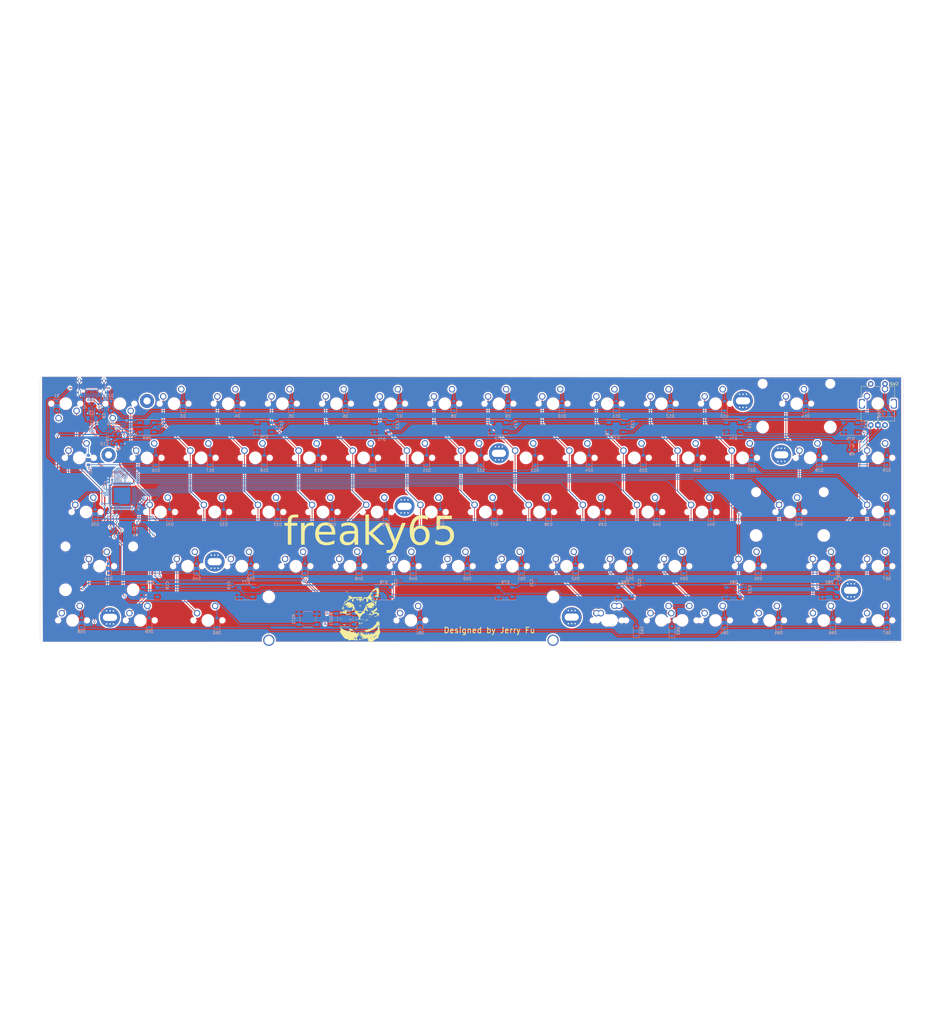
<source format=kicad_pcb>
(kicad_pcb (version 20240108) (generator "pcbnew") (generator_version "8.0")
  (layers (0 "F.Cu" signal) (31 "B.Cu" signal) (34 "B.Paste" user) (35 "F.Paste" user) (36 "B.SilkS" user "B.Silkscreen") (37 "F.SilkS" user "F.Silkscreen") (38 "B.Mask" user) (39 "F.Mask" user) (44 "Edge.Cuts" user))
  (net 0 "")
  (net 1 "+5V")
  (net 2 "GND")
  (net 3 "+3V3")
  (net 4 "NRST")
  (net 5 "VBUS")
  (net 6 "Net-(J1-CC1)")
  (net 8 "Net-(J1-CC2)")
  (net 10 "BOOT0")
  (net 12 "unconnected-(U1-PA14-Pad37)")
  (net 24 "Net-(R3-Pad2)")
  (net 25 "D+")
  (net 26 "D-")
  (net 27 "Net-(D1-A)")
  (net 28 "Net-(D2-A)")
  (net 29 "Net-(D3-A)")
  (net 30 "Net-(D4-A)")
  (net 31 "Net-(D5-A)")
  (net 32 "Net-(D6-A)")
  (net 33 "Net-(D7-A)")
  (net 34 "Net-(D8-A)")
  (net 35 "Net-(D9-A)")
  (net 36 "Net-(D10-A)")
  (net 37 "Net-(D11-A)")
  (net 38 "Net-(D12-A)")
  (net 39 "Net-(D13-A)")
  (net 40 "Net-(D14-A)")
  (net 41 "Net-(D16-A)")
  (net 42 "Net-(D17-A)")
  (net 43 "Net-(D18-A)")
  (net 44 "Net-(D19-A)")
  (net 45 "Net-(D20-A)")
  (net 46 "Net-(D21-A)")
  (net 47 "Net-(D22-A)")
  (net 48 "Net-(D23-A)")
  (net 49 "Net-(D24-A)")
  (net 50 "Net-(D25-A)")
  (net 51 "Net-(D26-A)")
  (net 52 "Net-(D27-A)")
  (net 53 "Net-(D28-A)")
  (net 54 "Net-(D29-A)")
  (net 55 "Net-(D30-A)")
  (net 56 "Net-(D31-A)")
  (net 57 "Net-(D32-A)")
  (net 58 "Net-(D33-A)")
  (net 59 "Net-(D34-A)")
  (net 60 "Net-(D35-A)")
  (net 61 "Net-(D36-A)")
  (net 62 "Net-(D37-A)")
  (net 63 "Net-(D38-A)")
  (net 64 "Net-(D39-A)")
  (net 65 "Net-(D40-A)")
  (net 66 "Net-(D41-A)")
  (net 67 "Net-(D42-A)")
  (net 68 "Net-(D43-A)")
  (net 69 "Net-(D44-A)")
  (net 70 "Net-(D45-A)")
  (net 71 "Net-(D46-A)")
  (net 72 "Net-(D47-A)")
  (net 73 "Net-(D48-A)")
  (net 74 "Net-(D49-A)")
  (net 75 "Net-(D50-A)")
  (net 76 "Net-(D51-A)")
  (net 77 "Net-(D52-A)")
  (net 78 "Net-(D53-A)")
  (net 79 "Net-(D54-A)")
  (net 80 "Net-(D55-A)")
  (net 81 "Net-(D56-A)")
  (net 82 "Net-(D57-A)")
  (net 83 "Net-(D58-A)")
  (net 84 "Net-(D59-A)")
  (net 85 "Net-(D60-A)")
  (net 86 "Net-(D61-A)")
  (net 87 "Net-(D62-A)")
  (net 88 "Net-(D63-A)")
  (net 89 "Net-(D64-A)")
  (net 90 "Net-(D65-A)")
  (net 91 "Net-(D66-A)")
  (net 92 "Net-(D67-A)")
  (net 93 "Net-(D15-A)")
  (net 94 "ROW0")
  (net 95 "ROW1")
  (net 96 "ROW2")
  (net 97 "ROW3")
  (net 98 "ROW4")
  (net 99 "COL0")
  (net 100 "COL1")
  (net 101 "COL2")
  (net 102 "COL3")
  (net 103 "COL4")
  (net 104 "COL5")
  (net 105 "COL6")
  (net 106 "COL7")
  (net 107 "COL8")
  (net 108 "COL9")
  (net 109 "COL10")
  (net 110 "COL11")
  (net 111 "COL12")
  (net 112 "COL13")
  (net 113 "Net-(D68-A)")
  (net 114 "TermA")
  (net 115 "TermB")
  (net 116 "COL14")
  (net 118 "RGBLED_5V")
  (net 119 "Net-(D69-DOUT)")
  (net 120 "Net-(D70-DOUT)")
  (net 121 "Net-(D71-DOUT)")
  (net 122 "Net-(D72-DOUT)")
  (net 123 "Net-(D73-DOUT)")
  (net 124 "Net-(D74-DOUT)")
  (net 125 "Net-(D76-DIN)")
  (net 126 "RGBLED_3V3")
  (net 128 "Net-(D78-DIN)")
  (net 129 "Net-(D79-DIN)")
  (net 130 "Net-(D80-DIN)")
  (net 131 "Net-(D81-DIN)")
  (net 132 "Net-(D75-DOUT)")
  (net 133 "Net-(D77-DIN)")
  (footprint "PCM_marbastlib-mx:SW_MX_1u" (layer "F.Cu") (at 178.0175 109.775)
    (property "Reference" "MX49" (hide yes))
    (property "Value" "MX_SW_solder")
  )
  (footprint "PCM_marbastlib-mx:SW_MX_1u" (layer "F.Cu") (at 239.93 71.675)
    (property "Reference" "MX24" (hide yes))
    (property "Value" "MX_SW_solder")
  )
  (footprint "PCM_marbastlib-mx:SW_MX_1u" (layer "F.Cu") (at 344.705 109.775)
    (property "Reference" "MX57" (hide yes))
    (property "Value" "MX_SW_solder")
  )
  (footprint "Draytronics Footprints:Oblong Mounting Hole" (layer "F.Cu") (at 74.845 122.985)
    (property "Reference" "REF**" (hide yes))
    (property "Value" "Oblong Mounting Hole" (hide yes))
  )
  (footprint "Draytronics Footprints:Oblong Mounting Hole" (layer "F.Cu") (at 211.685 65.3075)
    (property "Reference" "REF**" (hide yes))
    (property "Value" "Oblong Mounting Hole" (hide yes))
  )
  (footprint "PCM_marbastlib-mx:SW_MX_1u" (layer "F.Cu") (at 158.9675 109.775)
    (property "Reference" "MX48" (hide yes))
    (property "Value" "MX_SW_solder")
  )
  (footprint "PCM_marbastlib-mx:SW_MX_1u" (layer "F.Cu") (at 287.555 52.625)
    (property "Reference" "MX13" (hide yes))
    (property "Value" "MX_SW_solder")
  )
  (footprint "PCM_marbastlib-mx:SW_MX_1u" (layer "F.Cu") (at 58.955 52.625 180)
    (property "Reference" "MX1" (hide yes))
    (property "Value" "MX_SW_solder")
  )
  (footprint "MountingHole:MountingHole_2.5mm_Pad" (layer "F.Cu") (at 74.01716 70.65056)
    (property "Reference" "REF**" (hide yes))
    (property "Value" "MountingHole_2.5mm_Pad" (hide yes))
  )
  (footprint "PCM_marbastlib-mx:SW_MX_1u" (layer "F.Cu") (at 344.705 90.725)
    (property "Reference" "MX43" (hide yes))
    (property "Value" "MX_SW_solder")
  )
  (footprint "Draytronics Footprints:Oblong Mounting Hole" (layer "F.Cu") (at 111.6725 103.4075)
    (property "Reference" "REF**" (hide yes))
    (property "Value" "Oblong Mounting Hole" (hide yes))
  )
  (footprint "PCM_marbastlib-mx:SW_MX_1.75u" (layer "F.Cu") (at 66.09875 90.725)
    (property "Reference" "MX30" (hide yes))
    (property "Value" "MX_SW_solder")
  )
  (footprint "PCM_marbastlib-mx:SW_MX_1.25u" (layer "F.Cu") (at 61.33625 128.825)
    (property "Reference" "MX58" (hide yes))
    (property "Value" "MX_SW_solder")
  )
  (footprint "PCM_marbastlib-mx:SW_MX_1u" (layer "F.Cu") (at 344.705 128.825)
    (property "Reference" "MX67" (hide yes))
    (property "Value" "MX_SW_solder")
  )
  (footprint "PCM_marbastlib-mx:SW_MX_1u" (layer "F.Cu") (at 287.555 128.825)
    (property "Reference" "MX64" (hide yes))
    (property "Value" "MX_SW_solder")
  )
  (footprint "PCM_marbastlib-mx:STAB_MX_P_6.25u" (layer "F.Cu") (at 180.39875 128.825 180)
    (property "Reference" "S1" (hide yes))
    (property "Value" "MX_stab")
  )
  (footprint "PCM_marbastlib-mx:SW_MX_1u" (layer "F.Cu") (at 144.68 71.675)
    (property "Reference" "MX19" (hide yes))
    (property "Value" "MX_SW_solder")
  )
  (footprint "PCM_marbastlib-mx:SW_MX_1u" (layer "F.Cu") (at 249.455 52.625)
    (property "Reference" "MX11" (hide yes))
    (property "Value" "MX_SW_solder")
  )
  (footprint "PCM_marbastlib-mx:SW_MX_1u" (layer "F.Cu") (at 201.83 71.675)
    (property "Reference" "MX22" (hide yes))
    (property "Value" "MX_SW_solder")
  )
  (footprint "PCM_marbastlib-mx:SW_MX_1u" (layer "F.Cu") (at 182.78 71.675)
    (property "Reference" "MX21" (hide yes))
    (property "Value" "MX_SW_solder")
  )
  (footprint "PCM_marbastlib-mx:SW_MX_1.5u" (layer "F.Cu") (at 63.7175 71.675)
    (property "Reference" "MX15" (hide yes))
    (property "Value" "MX_SW_solder")
  )
  (footprint "PCM_marbastlib-mx:SW_MX_1u" (layer "F.Cu") (at 125.63 71.675)
    (property "Reference" "MX18" (hide yes))
    (property "Value" "MX_SW_solder")
  )
  (footprint "LOGO" (layer "F.Cu") (at 161.868957 126.62148)
    (property "Reference" "G***" (hide yes))
    (property "Value" "LOGO" (hide yes))
  )
  (footprint "PCM_marbastlib-mx:SW_MX_1u" (layer "F.Cu") (at 173.255 52.625)
    (property "Reference" "MX7" (hide yes))
    (property "Value" "MX_SW_solder")
  )
  (footprint "PCM_marbastlib-mx:SW_MX_1u" (layer "F.Cu") (at 225.6425 90.725)
    (property "Reference" "MX38" (hide yes))
    (property "Value" "MX_SW_solder")
  )
  (footprint "PCM_marbastlib-mx:SW_MX_1u" (layer "F.Cu") (at 192.305 52.625)
    (property "Reference" "MX8" (hide yes))
    (property "Value" "MX_SW_solder")
  )
  (footprint "PCM_marbastlib-mx:SW_MX_1u" (layer "F.Cu") (at 163.73 71.675)
    (property "Reference" "MX20" (hide yes))
    (property "Value" "MX_SW_solder")
  )
  (footprint "PCM_marbastlib-mx:SW_MX_1u" (layer "F.Cu") (at 130.3925 90.725)
    (property "Reference" "MX33" (hide yes))
    (property "Value" "MX_SW_solder")
  )
  (footprint "PCM_marbastlib-mx:SW_MX_1u" (layer "F.Cu") (at 325.655 109.775)
    (property "Reference" "MX56" (hide yes))
    (property "Value" "MX_SW_solder")
  )
  (footprint "PCM_marbastlib-mx:STAB_MX_2.25u" (layer "F.Cu") (at 70.74875 109.82305)
    (property "Reference" "S3" (hide yes))
    (property "Value" "MX_stab")
  )
  (footprint "PCM_marbastlib-mx:SW_MX_1u" (layer "F.Cu") (at 187.5425 90.725)
    (property "Reference" "MX36" (hide yes))
    (property "Value" "MX_SW_solder")
  )
  (footprint "PCM_marbastlib-mx:SW_MX_1u" (layer "F.Cu") (at 92.2925 90.725)
    (property "Reference" "MX31" (hide yes))
    (property "Value" "MX_SW_solder")
  )
  (footprint "Draytronics Footprints:Oblong Mounting Hole" (layer "F.Cu") (at 237.3034 122.89356)
    (property "Reference" "REF**" (hide yes))
    (property "Value" "Oblong Mounting Hole" (hide yes))
  )
  (footprint "PCM_marbastlib-mx:SW_MX_1u" (layer "F.Cu") (at 216.1175 109.775)
    (property "Reference" "MX51" (hide yes))
    (property "Value" "MX_SW_solder")
  )
  (footprint "PCM_marbastlib-mx:SW_MX_1u" (layer "F.Cu") (at 139.9175 109.775)
    (property "Reference" "MX47" (hide yes))
    (property "Value" "MX_SW_solder")
  )
  (footprint "Draytronics Footprints:Oblong Mounting Hole" (layer "F.Cu") (at 297.56744 46.85104)
    (property "Reference" "REF**" (hide yes))
    (property "Value" "Oblong Mounting Hole" (hide yes))
  )
  (footprint "PCM_marbastlib-mx:SW_MX_1u" (layer "F.Cu") (at 325.655 128.825)
    (property "Reference" "MX66" (hide yes))
    (property "Value" "MX_SW_solder")
  )
  (footprint "PCM_marbastlib-mx:SW_MX_1u" (layer "F.Cu") (at 316.13 52.625)
    (property "Reference" "MX14" (hide yes))
    (property "Value" "MX_SW_solder")
  )
  (footprint "PCM_marbastlib-mx:SW_MX_1u" (layer "F.Cu") (at 230.405 52.625)
    (property "Reference" "MX10" (hide yes))
    (property "Value" "MX_SW_solder")
  )
  (footprint "PCM_marbastlib-mx:SW_MX_1u" (layer "F.Cu") (at 282.7925 90.725)
    (property "Reference" "MX41" (hide yes))
    (property "Value" "MX_SW_solder")
  )
  (footprint "PCM_marbastlib-mx:SW_MX_1u" (layer "F.Cu") (at 306.605 128.825)
    (property "Reference" "MX65" (hide yes))
    (property "Value" "MX_SW_solder")
  )
  (footprint "PCM_marbastlib-mx:SW_MX_1u" (layer "F.Cu") (at 111.3425 90.725)
    (property "Reference" "MX32" (hide yes))
    (property "Value" "MX_SW_solder")
  )
  (footprint "PCM_marbastlib-mx:SW_MX_1.25u" (layer "F.Cu") (at 108.96125 128.825)
    (property "Reference" "MX60" (hide yes))
    (property "Value" "MX_SW_solder")
  )
  (footprint "MountingHole:MountingHole_2.5mm_Pad" (layer "F.Cu") (at 87.52996 51.67676)
    (property "Reference" "REF**" (hide yes))
    (property "Value" "MountingHole_2.5mm_Pad" (hide yes))
  )
  (footprint "PCM_marbastlib-mx:SW_MX_1u" (layer "F.Cu") (at 249.455 128.825)
    (property "Reference" "MX62" (hide yes))
    (property "Value" "MX_SW_solder")
  )
  (footprint "Draytronics Footprints:Oblong Mounting Hole" (layer "F.Cu") (at 178.485 83.960625)
    (property "Reference" "REF**" (hide yes))
    (property "Value" "Oblong Mounting Hole" (hide yes))
  )
  (footprint "PCM_marbastlib-mx:STAB_MX_2u" (layer "F.Cu") (at 316.04875 52.61)
    (property "Reference" "S4" (hide yes))
    (property "Value" "MX_stab")
  )
  (footprint "PCM_marbastlib-mx:SW_MX_1u" (layer "F.Cu") (at 97.055 52.625)
    (property "Reference" "MX3" (hide yes))
    (property "Value" "MX_SW_solder")
  )
  (footprint "PCM_marbastlib-mx:SW_MX_1u" (layer "F.Cu") (at 154.205 52.625)
    (property "Reference" "MX6" (hide yes))
    (property "Value" "MX_SW_solder")
  )
  (footprint "PCM_marbastlib-mx:SW_MX_1u" (layer "F.Cu") (at 235.1675 109.775)
    (property "Reference" "MX52" (hide yes))
    (property "Value" "MX_SW_solder")
  )
  (footprint "PCM_marbastlib-mx:SW_MX_1u" (layer "F.Cu") (at 268.505 52.625)
    (property "Reference" "MX12" (hide yes))
    (property "Value" "MX_SW_solder")
  )
  (footprint "PCM_marbastlib-mx:SW_MX_1u" (layer "F.Cu") (at 168.4925 90.725)
    (property "Reference" "MX35" (hide yes))
    (property "Value" "MX_SW_solder")
  )
  (footprint "PCM_marbastlib-mx:SW_MX_1u" (layer "F.Cu") (at 211.355 52.625)
    (property "Reference" "MX9" (hide yes))
    (property "Value" "MX_SW_solder")
  )
  (footprint "PCM_marbastlib-mx:SW_MX_1u" (layer "F.Cu") (at 197.0675 109.775)
    (property "Reference" "MX50" (hide yes))
    (property "Value" "MX_SW_solder")
  )
  (footprint "PCM_marbastlib-mx:SW_MX_1u" (layer "F.Cu") (at 101.8175 109.775)
    (property "Reference" "MX45" (hide yes))
    (property "Value" "MX_SW_solder")
  )
  (footprint "PCM_marbastlib-mx:SW_MX_1u" (layer "F.Cu") (at 344.705 71.675)
    (property "Reference" "MX29" (hide yes))
    (property "Value" "MX_SW_solder")
  )
  (footprint "PCM_marbastlib-mx:SW_MX_1.25u" (layer "F.Cu") (at 275.82625 128.825)
    (property "Reference" "MX69" (hide yes))
    (property "Value" "MX_SW_solder")
  )
  (footprint "PCM_marbastlib-various:ROT_Alps_EC11E-Switch" (layer "F.Cu") (at 344.705 52.665)
    (property "Reference" "SW2")
    (property "Value" "RotaryEncoder_Switch")
  )
  (footprint "PCM_marbastlib-mx:SW_MX_1u" (layer "F.Cu") (at 297.08 71.675)
    (property "Reference" "MX27" (hide yes))
    (property "Value" "MX_SW_solder")
  )
  (footprint "PCM_marbastlib-mx:SW_MX_1u" (layer "F.Cu") (at 258.98 71.675)
    (property "Reference" "MX25" (hide yes))
    (property "Value" "MX_SW_solder")
  )
  (footprint "PCM_marbastlib-mx:SW_MX_1.75u" (layer "F.Cu") (at 299.46125 109.775)
    (property "Reference" "MX55" (hide yes))
    (property "Value" "MX_SW_solder")
  )
  (footprint "PCM_marbastlib-mx:SW_MX_1u" (layer "F.Cu") (at 273.2675 109.775)
    (property "Reference" "MX54" (hide yes))
    (property "Value" "MX_SW_solder")
  )
  (footprint "PCM_marbastlib-mx:SW_MX_1u" (layer "F.Cu") (at 180.39875 128.825)
    (property "Reference" "MX61" (hide yes))
    (property "Value" "MX_SW_solder")
  )
  (footprint "PCM_marbastlib-mx:SW_MX_1u" (layer "F.Cu") (at 116.105 52.625)
    (property "Reference" "MX4" (hide yes))
    (property "Value" "MX_SW_solder")
  )
  (footprint "PCM_marbastlib-mx:SW_MX_1u" (layer "F.Cu") (at 220.88 71.675)
    (property "Reference" "MX23" (hide yes))
    (property "Value" "MX_SW_solder")
  )
  (footprint "PCM_marbastlib-mx:STAB_MX_2.25u" (layer "F.Cu") (at 313.74875 90.71)
    (property "Reference" "S2" (hide yes))
    (property "Value" "MX_stab")
  )
  (footprint "PCM_marbastlib-mx:SW_MX_1u" (layer "F.Cu") (at 313.74875 90.725)
    (property "Reference" "MX42" (hide yes))
    (property "Value" "MX_SW_solder")
  )
  (footprint "PCM_marbastlib-mx:SW_MX_1u" (layer "F.Cu") (at 106.58 71.675)
    (property "Reference" "MX17" (hide yes))
    (property "Value" "MX_SW_solder")
  )
  (footprint "PCM_marbastlib-mx:SW_MX_1u" (layer "F.Cu") (at 344.655 52.535)
    (property "Reference" "MX70" (hide yes))
    (property "Value" "MX_SW_solder")
  )
  (footprint "PCM_marbastlib-mx:SW_MX_1u" (layer "F.Cu") (at 135.155 52.625)
    (property "Reference" "MX5" (hide yes))
    (property "Value" "MX_SW_solder")
  )
  (footprint "Draytronics Footprints:Oblong Mounting Hole" (layer "F.Cu") (at 335.59144 113.46988)
    (property "Reference" "REF**" (hide yes))
    (property "Value" "Oblong Mounting Hole" (hide yes))
  )
  (footprint "PCM_marbastlib-mx:SW_MX_1u" (layer "F.Cu") (at 70.86125 109.775)
    (property "Reference" "MX44" (hide yes))
    (property "Value" "MX_SW_solder")
  )
  (footprint "PCM_marbastlib-mx:SW_MX_1u" (layer "F.Cu") (at 254.2175 109.775)
    (property "Reference" "MX53" (hide yes))
    (property "Value" "MX_SW_solder")
  )
  (footprint "PCM_marbastlib-mx:SW_MX_1u" (layer "F.Cu") (at 87.53 71.675)
    (property "Reference" "MX16" (hide yes))
    (property "Value" "MX_SW_solder")
  )
  (footprint "Draytronics Footprints:Oblong Mounting Hole" (layer "F.Cu") (at 311.04468 65.82484)
    (property "Reference" "REF**" (hide yes))
    (property "Value" "Oblong Mounting Hole" (hide yes))
  )
  (footprint "PCM_marbastlib-mx:SW_MX_1u" (layer "F.Cu") (at 78.005 52.625 180)
    (property "Reference" "MX2" (hide yes))
    (property "Value" "MX_SW_solder")
  )
  (footprint "PCM_marbastlib-mx:SW_MX_1u" (layer "F.Cu") (at 120.8675 109.775)
    (property "Reference" "MX46" (hide yes))
    (property "Value" "MX_SW_solder")
  )
  (footprint "PCM_marbastlib-mx:SW_MX_1u" (layer "F.Cu") (at 149.4425 90.725)
    (property "Reference" "MX34" (hide yes))
    (property "Value" "MX_SW_solder")
  )
  (footprint "PCM_marbastlib-mx:SW_MX_1u" (layer "F.Cu") (at 206.5925 90.725)
    (property "Reference" "MX37" (hide yes))
    (property "Value" "MX_SW_solder")
  )
  (footprint "PCM_marbastlib-mx:SW_MX_1u" (layer "F.Cu") (at 244.6925 90.725)
    (property "Reference" "MX39" (hide yes))
    (property "Value" "MX_SW_solder")
  )
  (footprint "PCM_marbastlib-mx:SW_MX_1u" (layer "F.Cu") (at 278.03 71.675)
    (property "Reference" "MX26" (hide yes))
    (property "Value" "MX_SW_solder")
  )
  (footprint "PCM_marbastlib-mx:SW_MX_1.25u" (layer "F.Cu") (at 85.14875 128.825)
    (property "Reference" "MX59" (hide yes))
    (property "Value" "MX_SW_solder")
  )
  (footprint "PCM_marbastlib-mx:SW_MX_1u" (layer "F.Cu") (at 268.505 128.825)
    (property "Reference" "MX63" (hide yes))
    (property "Value" "MX_SW_solder")
  )
  (footprint "PCM_marbastlib-mx:SW_MX_1u" (layer "F.Cu") (at 263.7425 90.725)
    (property "Reference" "MX40" (hide yes))
    (property "Value" "MX_SW_solder")
  )
  (footprint "PCM_marbastlib-mx:SW_MX_1.25u" (layer "F.Cu") (at 251.0425 128.825)
    (property "Reference" "MX68" (hide yes))
    (property "Value" "MX_SW_solder")
  )
  (footprint "PCM_marbastlib-mx:SW_MX_1.5u" (layer "F.Cu") (at 320.8925 71.675)
    (property "Reference" "MX28" (hide yes))
    (property "Value" "MX_SW_solder")
  )
  (footprint "Capacitor_SMD:C_0402_1005Metric_Pad0.74x0.62mm_HandSolder" (layer "B.Cu") (at 215.955 59.925 -90)
    (property "Reference" "C14")
    (property "Value" "0.1 uF")
  )
  (footprint "Capacitor_SMD:C_0402_1005Metric_Pad0.74x0.62mm_HandSolder" (layer "B.Cu") (at 339.355 59.825 -90)
    (property "Reference" "C17")
    (property "Value" "0.1 uF")
  )
  (footprint "Capacitor_SMD:C_0402_1005Metric" (layer "B.Cu") (at 83.28 89.3 -90)
    (property "Reference" "C4")
    (property "Value" "100nF")
  )
  (footprint "Package_QFP:LQFP-48_7x7mm_P0.5mm" (layer "B.Cu") (at 78.78 85.05 90)
    (property "Reference" "U1")
    (property "Value" "STM32F072CBT6")
  )
  (footprint "Diode_SMD:D_SOD-123" (layer "B.Cu") (at 66.8925 72.46875 90)
    (property "Reference" "D15")
    (property "Value" "D_Small")
  )
  (footprint "Diode_SMD:D_SOD-123" (layer "B.Cu") (at 200.2425 110.56875 90)
    (property "Reference" "D50")
    (property "Value" "D_Small")
  )
  (footprint "Capacitor_SMD:C_0402_1005Metric_Pad0.74x0.62mm_HandSolder" (layer "B.Cu") (at 117.6925 116.521875 90)
    (property "Reference" "C19")
    (property "Value" "0.1 uF")
  )
  (footprint "Diode_SMD:D_SOD-123" (layer "B.Cu") (at 309.78 129.61875 90)
    (property "Reference" "D65")
    (property "Value" "D_Small")
  )
  (footprint "Diode_SMD:D_SOD-123" (layer "B.Cu") (at 147.855 72.46875 90)
    (property "Reference" "D19")
    (property "Value" "D_Small")
  )
  (footprint "Capacitor_SMD:C_0402_1005Metric_Pad0.74x0.62mm_HandSolder" (layer "B.Cu") (at 257.055 59.825 -90)
    (property "Reference" "C15")
    (property "Value" "0.1 uF")
  )
  (footprint "Diode_SMD:D_SOD-123" (layer "B.Cu") (at 124.0425 110.56875 90)
    (property "Reference" "D46")
    (property "Value" "D_Small")
  )
  (footprint "Diode_SMD:D_SOD-123" (layer "B.Cu") (at 166.905 72.46875 90)
    (property "Reference" "D20")
    (property "Value" "D_Small")
  )
  (footprint "LED_SMD:LED_WS2812B_PLCC4_5.0x5.0mm_P3.2mm" (layer "B.Cu") (at 252.575832 60.959375 180)
    (property "Reference" "D73")
    (property "Value" "WS2812B")
  )
  (footprint "Capacitor_SMD:C_0402_1005Metric" (layer "B.Cu") (at 74.53 89.55 180)
    (property "Reference" "C3")
    (property "Value" "100nF")
  )
  (footprint "LED_SMD:LED_WS2812B_PLCC4_5.0x5.0mm_P3.2mm" (layer "B.Cu") (at 170.052916 60.959375 180)
    (property "Reference" "D71")
    (property "Value" "WS2812B")
  )
  (footprint "Diode_SMD:D_SOD-123" (layer "B.Cu") (at 109.755 72.46875 90)
    (property "Reference" "D17")
    (property "Value" "D_Small")
  )
  (footprint "Diode_SMD:D_SOD-123" (layer "B.Cu") (at 95.4675 91.51875 90)
    (property "Reference" "D31")
    (property "Value" "D_Small")
  )
  (footprint "Diode_SMD:D_SOD-123" (layer "B.Cu") (at 185.955 72.46875 90)
    (property "Reference" "D21")
    (property "Value" "D_Small")
  )
  (footprint "Capacitor_SMD:C_0402_1005Metric_Pad0.74x0.62mm_HandSolder" (layer "B.Cu") (at 224.055 115.728125 90)
    (property "Reference" "C21")
    (property "Value" "0.1 uF")
  )
  (footprint "Button_Switch_SMD:SW_SPST_TL3342" (layer "B.Cu") (at 157.355 128.325 180)
    (property "Reference" "BOOT1")
    (property "Value" "SW_SPST")
  )
  (footprint "Capacitor_SMD:C_0402_1005Metric_Pad0.74x0.62mm_HandSolder" (layer "B.Cu") (at 262.155 115.728125 90)
    (property "Reference" "C22")
    (property "Value" "0.1 uF")
  )
  (footprint "Package_TO_SOT_SMD:SOT-143" (layer "B.Cu") (at 68.126875 53.59625)
    (property "Reference" "U2")
    (property "Value" "PRTR5V0U2X")
  )
  (footprint "Capacitor_SMD:C_0402_1005Metric" (layer "B.Cu") (at 74.28 80.8 90)
    (property "Reference" "C5")
    (property "Value" "100nF")
  )
  (footprint "Diode_SMD:D_SOD-123" (layer "B.Cu") (at 162.1425 110.56875 90)
    (property "Reference" "D48")
    (property "Value" "D_Small")
  )
  (footprint "Diode_SMD:D_SOD-123" (layer "B.Cu") (at 348.67375 56.196875)
    (property "Reference" "D68")
    (property "Value" "D_Small")
  )
  (footprint "Capacitor_SMD:C_0402_1005Metric_Pad0.74x0.62mm_HandSolder" (layer "B.Cu") (at 298.255 117.825 -90)
    (property "Reference" "C23")
    (property "Value" "0.1 uF")
  )
  (footprint "Diode_SMD:D_SOD-123" (layer "B.Cu") (at 266.9175 91.51875 90)
    (property "Reference" "D40")
    (property "Value" "D_Small")
  )
  (footprint "Diode_SMD:D_SOD-123" (layer "B.Cu") (at 69.27375 91.51875 90)
    (property "Reference" "D30")
    (property "Value" "D_Small")
  )
  (footprint "LED_SMD:LED_WS2812B_PLCC4_5.0x5.0mm_P3.2mm" (layer "B.Cu") (at 88.720625 118.903125 180)
    (property "Reference" "D76")
    (property "Value" "WS2812B")
  )
  (footprint "Capacitor_SMD:C_0402_1005Metric_Pad0.74x0.62mm_HandSolder" (layer "B.Cu") (at 176.43 115.728125 90)
    (property "Reference" "C20")
    (property "Value" "0.1 uF")
  )
  (footprint "LED_SMD:LED_WS2812B_PLCC4_5.0x5.0mm_P3.2mm" (layer "B.Cu") (at 293.83729 118.903125 180)
    (property "Reference" "D81")
    (property "Value" "WS2812B")
  )
  (footprint "Diode_SMD:D_SOD-123" (layer "B.Cu") (at 133.5675 91.51875 90)
    (property "Reference" "D33")
    (property "Value" "D_Small")
  )
  (footprint "Diode_SMD:D_SOD-123" (layer "B.Cu") (at 328.83 110.56875 90)
    (property "Reference" "D56")
    (property "Value" "D_Small")
  )
  (footprint "Diode_SMD:D_SOD-123" (layer "B.Cu") (at 259.655 132.575 90)
    (property "Reference" "D62")
    (property "Value" "D_Small")
  )
  (footprint "Diode_SMD:D_SOD-123" (layer "B.Cu") (at 224.055 72.46875 90)
    (property "Reference" "D23")
    (property "Value" "D_Small")
  )
  (footprint "Diode_SMD:D_SOD-123" (layer "B.Cu") (at 181.1925 110.56875 90)
    (property "Reference" "D49")
    (property "Value" "D_Small")
  )
  (footprint "Button_Switch_SMD:SW_SPST_TL3342" (layer "B.Cu") (at 144.155 128.425)
    (property "Reference" "RST1")
    (property "Value" "SW_SPST")
  )
  (footprint "Diode_SMD:D_SOD-123" (layer "B.Cu") (at 55.78 53.41875 -90)
    (property "Reference" "D1")
    (property "Value" "D_Small")
  )
  (footprint "Diode_SMD:D_SOD-123" (layer "B.Cu") (at 285.9675 91.51875 90)
    (property "Reference" "D41")
    (property "Value" "D_Small")
  )
  (footprint "Diode_SMD:D_SOD-123" (layer "B.Cu") (at 262.155 72.46875 90)
    (property "Reference" "D25")
    (property "Value" "D_Small")
  )
  (footprint "Diode_SMD:D_SOD-123" (layer "B.Cu") (at 128.805 72.46875 90)
    (property "Reference" "D18")
    (property "Value" "D_Small")
  )
  (footprint "Diode_SMD:D_SOD-123" (layer "B.Cu") (at 74.83 53.41875 -90)
    (property "Reference" "D2")
    (property "Value" "D_Small")
  )
  (footprint "Capacitor_SMD:C_0402_1005Metric_Pad0.74x0.62mm_HandSolder" (layer "B.Cu") (at 298.255 59.925 -90)
    (property "Reference" "C16")
    (property "Value" "0.1 uF")
  )
  (footprint "Diode_SMD:D_SOD-123" (layer "B.Cu") (at 302.63625 110.56875 90)
    (property "Reference" "D55")
    (property "Value" "D_Small")
  )
  (footprint "Diode_SMD:D_SOD-123" (layer "B.Cu") (at 157.38 53.41875 90)
    (property "Reference" "D6")
    (property "Value" "D_Small")
  )
  (footprint "LED_SMD:LED_WS2812B_PLCC4_5.0x5.0mm_P3.2mm" (layer "B.Cu") (at 327.639375 118.903125 180)
    (property "Reference" "D82")
    (property "Value" "WS2812B")
  )
  (footprint "Capacitor_SMD:C_0402_1005Metric_Pad0.74x0.62mm_HandSolder" (layer "B.Cu") (at 92.055 59.9575 -90)
    (property "Reference" "C11")
    (property "Value" "0.1 uF")
  )
  (footprint "Diode_SMD:D_SOD-123" (layer "B.Cu") (at 247.8675 91.51875 90)
    (property "Reference" "D39")
    (property "Value" "D_Small")
  )
  (footprint "Capacitor_SMD:C_0402_1005Metric_Pad0.74x0.62mm_HandSolder" (layer "B.Cu") (at 82.355 62.225)
    (property "Reference" "C26")
    (property "Value" "0.1 uF")
  )
  (footprint "Diode_SMD:D_SOD-123" (layer "B.Cu") (at 290.73 53.41875 90)
    (property "Reference" "D13")
    (property "Value" "D_Small")
  )
  (footprint "Diode_SMD:D_SOD-123" (layer "B.Cu") (at 209.7675 91.51875 90)
    (property "Reference" "D37")
    (property "Value" "D_Small")
  )
  (footprint "Diode_SMD:D_SOD-123" (layer "B.Cu") (at 347.88 91.51875 90)
    (property "Reference" "D43")
    (property "Value" "D_Small")
  )
  (footprint "Diode_SMD:D_SOD-123" (layer "B.Cu") (at 90.705 72.46875 90)
    (property "Reference" "D16")
    (property "Value" "D_Small")
  )
  (footprint "Package_TO_SOT_SMD:SOT-23" (layer "B.Cu") (at 76.4025 63.9475 180)
    (property "Reference" "U3")
    (property "Value" "XC6206PxxxMR-Regulator_Linear")
  )
  (footprint "LED_SMD:LED_WS2812B_PLCC4_5.0x5.0mm_P3.2mm" (layer "B.Cu") (at 87.53 60.959375 180)
    (property "Reference" "D69")
    (property "Value" "WS2812B")
  )
  (footprint "Diode_SMD:D_SOD-123" (layer "B.Cu") (at 281.205 72.46875 90)
    (property "Reference" "D26")
    (property "Value" "D_Small")
  )
  (footprint "Diode_SMD:D_SOD-123" (layer "B.Cu") (at 316.92375 91.51875 90)
    (property "Reference" "D42")
    (property "Value" "D_Small")
  )
  (footprint "Diode_SMD:D_SOD-123" (layer "B.Cu") (at 257.3925 110.56875 90)
    (property "Reference" "D53")
    (property "Value" "D_Small")
  )
  (footprint "Diode_SMD:D_SOD-123" (layer "B.Cu") (at 252.63 53.41875 90)
    (property "Reference" "D11")
    (property "Value" "D_Small")
  )
  (footprint "Capacitor_SMD:C_0402_1005Metric" (layer "B.Cu") (at 74.78 79.3 180)
    (property "Reference" "C6")
    (property "Value" "100nF")
  )
  (footprint "Diode_SMD:D_SOD-123" (layer "B.Cu") (at 347.88 110.56875 90)
    (property "Reference" "D57")
    (property "Value" "D_Small")
  )
  (footprint "Diode_SMD:D_SOD-123" (layer "B.Cu") (at 233.58 53.41875 90)
    (property "Reference" "D10")
    (property "Value" "D_Small")
  )
  (footprint "Diode_SMD:D_SOD-123" (layer "B.Cu") (at 300.255 72.46875 90)
    (property "Reference" "D27")
    (property "Value" "D_Small")
  )
  (footprint "LED_SMD:LED_WS2812B_PLCC4_5.0x5.0mm_P3.2mm" (layer "B.Cu") (at 255.805 118.903125 180)
    (property "Reference" "D80")
    (property "Value" "WS2812B")
  )
  (footprint "Diode_SMD:D_SOD-123" (layer "B.Cu") (at 88.32375 129.61875 90)
    (property "Reference" "D59")
    (property "Value" "D_Small")
  )
  (footprint "Diode_SMD:D_SOD-123" (layer "B.Cu") (at 114.5175 91.51875 90)
    (property "Reference" "D32")
    (property "Value" "D_Small")
  )
  (footprint "LED_SMD:LED_WS2812B_PLCC4_5.0x5.0mm_P3.2mm" (layer "B.Cu") (at 122.38625 118.903125 180)
    (property "Reference" "D77")
    (property "Value" "WS2812B")
  )
  (footprint "Diode_SMD:D_SOD-123" (layer "B.Cu") (at 176.43 53.41875 90)
    (property "Reference" "D7")
    (property "Value" "D_Small")
  )
  (footprint "Diode_SMD:D_SOD-123" (layer "B.Cu") (at 64.51125 129.61875 90)
    (property "Reference" "D58")
    (property "Value" "D_Small")
  )
  (footprint "Diode_SMD:D_SOD-123" (layer "B.Cu") (at 238.3425 110.56875 90)
    (property "Reference" "D52")
    (property "Value" "D_Small")
  )
  (footprint "Diode_SMD:D_SOD-123" (layer "B.Cu") (at 183.57375 129.61875 90)
    (property "Reference" "D61")
    (property "Value" "D_Small")
  )
  (footprint "Diode_SMD:D_SOD-123" (layer "B.Cu") (at 272.255 132.575 90)
    (property "Reference" "D63")
    (property "Value" "D_Small")
  )
  (footprint "Diode_SMD:D_SOD-123" (layer "B.Cu") (at 347.88 72.46875 90)
    (property "Reference" "D29")
    (property "Value" "D_Small")
  )
  (footprint "Diode_SMD:D_SOD-123" (layer "B.Cu") (at 228.8175 91.51875 90)
    (property "Reference" "D38")
    (property "Value" "D_Small")
  )
  (footprint "LED_SMD:LED_WS2812B_PLCC4_5.0x5.0mm_P3.2mm" (layer "B.Cu") (at 213.6675 118.903125 180)
    (property "Reference" "D79")
    (property "Value" "WS2812B")
  )
  (footprint "Diode_SMD:D_SOD-123" (layer "B.Cu") (at 171.6675 91.51875 90)
    (property "Reference" "D35")
    (property "Value" "D_Small")
  )
  (footprint "Capacitor_SMD:C_0402_1005Metric" (layer "B.Cu") (at 74.9025 66.4475 180)
    (property "Reference" "C10")
    (property "Value" "1uF")
  )
  (footprint "Diode_SMD:D_SOD-123" (layer "B.Cu") (at 138.33 53.41875 90)
    (property "Reference" "D5")
    (property "Value" "D_Small")
  )
  (footprint "Fuse:Fuse_1206_3216Metric" (layer "B.Cu") (at 68.126875 57.84625)
    (property "Reference" "F1")
    (property "Value" "500mA")
  )
  (footprint "Diode_SMD:D_SOD-123" (layer "B.Cu") (at 74.03625 110.56875 90)
    (property "Reference" "D44")
    (property "Value" "D_Small")
  )
  (footprint "Diode_SMD:D_SOD-123" (layer "B.Cu") (at 152.6175 91.51875 90)
    (property "Reference" "D34")
    (property "Value" "D_Small")
  )
  (footprint "LED_SMD:LED_WS2812B_PLCC4_5.0x5.0mm_P3.2mm" (layer "B.Cu") (at 128.791458 60.959375 180)
    (property "Reference" "D70")
    (property "Value" "WS2812B")
  )
  (footprint "Diode_SMD:D_SOD-123" (layer "B.Cu") (at 276.4425 110.56875 90)
    (property "Reference" "D54")
    (property "Value" "D_Small")
  )
  (footprint "Capacitor_SMD:C_0402_1005Metric" (layer "B.Cu") (at 73.6525 62.9475 90)
    (property "Reference" "C9")
    (property "Value" "1uF")
  )
  (footprint "Diode_SMD:D_SOD-123" (layer "B.Cu") (at 104.9925 110.56875 90)
    (property "Reference" "D45")
    (property "Value" "D_Small")
  )
  (footprint "Diode_SMD:D_SOD-123" (layer "B.Cu") (at 143.0925 110.56875 90)
    (property "Reference" "D47")
    (property "Value" "D_Small")
  )
  (footprint "Diode_SMD:D_SOD-123" (layer "B.Cu") (at 195.48 53.41875 90)
    (property "Reference" "D8")
    (property "Value" "D_Small")
  )
  (footprint "Capacitor_SMD:C_0402_1005Metric" (layer "B.Cu") (at 75.591577 98.357894 180)
    (property "Reference" "C1")
    (property "Value" "100nF")
  )
  (footprint "Resistor_SMD:R_0402_1005Metric" (layer "B.Cu") (at 83.455 97.625)
    (property "Reference" "R4")
    (property "Value" "5.1k")
  )
  (footprint "Diode_SMD:D_SOD-123" (layer "B.Cu") (at 271.68 53.41875 90)
    (property "Reference" "D12")
    (property "Value" "D_Small")
  )
  (footprint "Capacitor_SMD:C_0402_1005Metric_Pad0.74x0.62mm_HandSolder" (layer "B.Cu") (at 74.955 60.825 180)
    (property "Reference" "C25")
    (property "Value" "0.1 uF")
  )
  (footprint "Capacitor_SMD:C_0402_1005Metric_Pad0.74x0.62mm_HandSolder" (layer "B.Cu") (at 93.08625 116.521875 90)
    (property "Reference" "C18")
    (property "Value" "0.1 uF")
  )
  (footprint "Capacitor_SMD:C_0402_1005Metric" (layer "B.Cu") (at 75.591577 97.107894)
    (property "Reference" "C7")
    (property "Value" "100nF")
  )
  (footprint "Resistor_SMD:R_0603_1608Metric_Pad0.98x0.95mm_HandSolder" (layer "B.Cu") (at 335.555 68.925)
    (property "Reference" "R8")
    (property "Value" "5.1k")
  )
  (footprint "Diode_SMD:D_SOD-123" (layer "B.Cu") (at 112.13625 129.61875 90)
    (property "Reference" "D60")
    (property "Value" "D_Small")
  )
  (footprint "Resistor_SMD:R_0402_1005Metric" (layer "B.Cu") (at 70.855 51.625)
    (property "Reference" "R2")
    (property "Value" "5.1k")
  )
  (footprint "LED_SMD:LED_WS2812B_PLCC4_5.0x5.0mm_P3.2mm" (layer "B.Cu") (at 335.09875 60.959375 180)
    (property "Reference" "D75")
    (property "Value" "WS2812B")
  )
  (footprint "Diode_SMD:D_SOD-123" (layer "B.Cu") (at 319.305 53.41875 90)
    (property "Reference" "D14")
    (property "Value" "D_Small")
  )
  (footprint "Diode_SMD:D_SOD-123" (layer "B.Cu") (at 324.0675 72.46875 90)
    (property "Reference" "D28")
    (property "Value" "D_Small")
  )
  (footprint "Diode_SMD:D_SOD-123" (layer "B.Cu") (at 328.83 129.61875 90)
    (property "Reference" "D66")
    (property "Value" "D_Small")
  )
  (footprint "Diode_SMD:D_SOD-123" (layer "B.Cu") (at 190.7175 91.51875 90)
    (property "Reference" "D36")
    (property "Value" "D_Small")
  )
  (footprint "PCM_marbastlib-various:USB_C_Receptacle_HRO_TYPE-C-31-M-12" (layer "B.Cu") (at 68.075 45.59625)
    (property "Reference" "J1")
    (property "Value" "USB_C_Receptacle_USB2.0")
  )
  (footprint "LED_SMD:LED_WS2812B_PLCC4_5.0x5.0mm_P3.2mm" (layer "B.Cu") (at 211.314374 60.959375 180)
    (property "Reference" "D72")
    (property "Value" "WS2812B")
  )
  (footprint "Diode_SMD:D_SOD-123" (layer "B.Cu") (at 243.105 72.46875 90)
    (property "Reference" "D24")
    (property "Value" "D_Small")
  )
  (footprint "Resistor_SMD:R_0402_1005Metric" (layer "B.Cu") (at 71.155 54.925 180)
    (property "Reference" "R1")
    (property "Value" "5.1k")
  )
  (footprint "Resistor_SMD:R_0402_1005Metric" (layer "B.Cu") (at 83.455 95.325 180)
    (property "Reference" "R3")
    (property "Value" "5.1k")
  )
  (footprint "LED_SMD:LED_WS2812B_PLCC4_5.0x5.0mm_P3.2mm" (layer "B.Cu") (at 293.83729 60.959375 180)
    (property "Reference" "D74")
    (property "Value" "WS2812B")
  )
  (footprint "Capacitor_SMD:C_0603_1608Metric" (layer "B.Cu") (at 77.6525 66.6975)
    (property "Reference" "C2")
    (property "Value" "10uF")
  )
  (footprint "Capacitor_SMD:C_0402_1005Metric" (layer "B.Cu") (at 71.126875 56.84625 90)
    (property "Reference" "C8")
    (property "Value" "100nF")
  )
  (footprint "Diode_SMD:D_SOD-123" (layer "B.Cu") (at 214.53 53.41875 90)
    (property "Reference" "D9")
    (property "Value" "D_Small")
  )
  (footprint "Diode_SMD:D_SOD-123" (layer "B.Cu") (at 119.28 53.41875 90)
    (property "Reference" "D4")
    (property "Value" "D_Small")
  )
  (footprint "LED_SMD:LED_WS2812B_PLCC4_5.0x5.0mm_P3.2mm" (layer "B.Cu") (at 170.87375 118.903125 180)
    (property "Reference" "D78")
    (property "Value" "WS2812B")
  )
  (footprint "Diode_SMD:D_SOD-123" (layer "B.Cu") (at 290.73 129.61875 90)
    (property "Reference" "D64")
    (property "Value" "D_Small")
  )
  (footprint "Capacitor_SMD:C_0402_1005Metric_Pad0.74x0.62mm_HandSolder" (layer "B.Cu") (at 174.355 59.925 -90)
    (property "Reference" "C13")
    (property "Value" "0.1 uF")
  )
  (footprint "Diode_SMD:D_SOD-123" (layer "B.Cu") (at 219.2925 110.56875 90)
    (property "Reference" "D51")
    (property "Value" "D_Small")
  )
  (footprint "Diode_SMD:D_SOD-123" (layer "B.Cu") (at 347.88 129.61875 90)
    (property "Reference" "D67")
    (property "Value" "D_Small")
  )
  (footprint "Resistor_SMD:R_0603_1608Metric_Pad0.98x0.95mm_HandSolder" (layer "B.Cu") (at 335.576875 66.11875)
    (property "Reference" "R7")
    (property "Value" "5.1k")
  )
  (footprint "Capacitor_SMD:C_0402_1005Metric_Pad0.74x0.62mm_HandSolder" (layer "B.Cu") (at 133.455 60.025 -90)
    (property "Reference" "C12")
    (property "Value" "0.1 uF")
  )
  (footprint "Diode_SMD:D_SOD-123" (layer "B.Cu") (at 100.23 53.41875 90)
    (property "Reference" "D3")
    (property "Value" "D_Small")
  )
  (footprint "Diode_SMD:D_SOD-123" (layer "B.Cu") (at 205.005 72.46875 90)
    (property "Reference" "D22")
    (property "Value" "D_Small")
  )
  (footprint "Package_TO_SOT_SMD:SOT-363_SC-70-6_Handsoldering" (layer "B.Cu") (at 80.38625 60.165625)
    (property "Reference" "U4")
    (property "Value" "TXB0101")
  )
  (footprint "Capacitor_SMD:C_0402_1005Metric_Pad0.74x0.62mm_HandSolder" (layer "B.Cu") (at 330.655 115.425)
    (property "Reference" "C24")
    (property "Value" "0.1 uF")
  )
  (gr_arc (start 51.362729 136.396521) (mid 50.33 135.96875) (end 49.902229 134.936021) (stroke (width 0.1)) (layer "Edge.Cuts"))
  (gr_line (start 49.902229 134.936021) (end 49.877229 44.529604) (stroke (width 0.1)) (layer "Edge.Cuts"))
  (gr_arc (start 49.877229 44.529604) (mid 50.305 43.496875) (end 51.337729 43.069104) (stroke (width 0.1)) (layer "Edge.Cuts"))
  (gr_arc (start 353.682771 135.017271) (mid 353.255 136.05) (end 352.222271 136.477771) (stroke (width 0.1)) (layer "Edge.Cuts"))
  (gr_line (start 51.337729 43.069104) (end 352.247271 42.997229) (stroke (width 0.1)) (layer "Edge.Cuts"))
  (gr_line (start 352.222271 136.477771) (end 51.362729 136.396521) (stroke (width 0.1)) (layer "Edge.Cuts"))
  (gr_line (start 353.682771 135.017271) (end 353.707771 44.457729) (stroke (width 0.1)) (layer "Edge.Cuts"))
  (gr_arc (start 352.247271 42.997229) (mid 353.28 43.425) (end 353.70777 44.457729) (stroke (width 0.1)) (layer "Edge.Cuts"))
  (gr_text "freaky65\n\n" (at 135.555 120.725 0) (layer "F.SilkS") (effects (font (size 10 10) (thickness 0.2)) (justify left bottom)))
  (gr_text "Designed by Jerry Fu" (at 191.755 133.475 0) (layer "F.SilkS") (effects (font (size 2 2) (thickness 0.3) (bold yes)) (justify left bottom)))
  (segment (start 56.055 63.925) (end 56.055 111.834353) (width 0.4) (layer "F.Cu") (net 1))
  (segment (start 61.945647 117.725) (end 62.755 117.725) (width 0.4) (layer "F.Cu") (net 1))
  (segment (start 63.155 117.725) (end 64.755 117.725) (width 0.4) (layer "F.Cu") (net 1))
  (segment (start 62.755 117.725) (end 63.155 117.725) (width 0.4) (layer "F.Cu") (net 1))
  (segment (start 56.055 111.834353) (end 61.945647 117.725) (width 0.4) (layer "F.Cu") (net 1))
  (via (at 56.055 63.925) (size 0.8) (drill 0.4) (layers "F.Cu" "B.Cu") (net 1))
  (via (at 64.755 117.725) (size 0.8) (drill 0.4) (layers "F.Cu" "B.Cu") (net 1))
  (segment (start 257.853125 58.459375) (end 295.43729 58.459375) (width 0.4) (layer "B.Cu") (net 1))
  (segment (start 123.98625 116.403125) (end 124.83625 117.253125) (width 0.4) (layer "B.Cu") (net 1))
  (segment (start 118.78625 116.403125) (end 123.98625 116.403125) (width 0.4) (layer "B.Cu") (net 1))
  (segment (start 216.1175 117.253125) (end 217.950625 117.253125) (width 0.4) (layer "B.Cu") (net 1))
  (segment (start 297.13729 116.403125) (end 329.239375 116.403125) (width 0.4) (layer "B.Cu") (net 1))
  (segment (start 126.655 117.2575) (end 127.509375 116.403125) (width 0.4) (layer "B.Cu") (net 1))
  (segment (start 298.303125 59.309375) (end 299.1914 58.4211) (width 0.4) (layer "B.Cu") (net 1))
  (segment (start 80.884878 61.646997) (end 81.71625 60.815625) (width 0.4) (layer "B.Cu") (net 1))
  (segment (start 127.509375 116.403125) (end 172.47375 116.403125) (width 0.4) (layer "B.Cu") (net 1))
  (segment (start 218.916875 116.295625) (end 224.055 116.295625) (width 0.4) (layer "B.Cu") (net 1))
  (segment (start 259.2125 116.295625) (end 262.155 116.295625) (width 0.4) (layer "B.Cu") (net 1))
  (segment (start 217.950625 117.253125) (end 217.955 117.2575) (width 0.4) (layer "B.Cu") (net 1))
  (segment (start 77.171029 61.646997) (end 80.884878 61.646997) (width 0.4) (layer "B.Cu") (net 1))
  (segment (start 93.08625 117.089375) (end 118.1 117.089375) (width 0.4) (layer "B.Cu") (net 1))
  (segment (start 174.555 59.3575) (end 175.453125 58.459375) (width 0.4) (layer "B.Cu") (net 1))
  (segment (start 88.47375 60.815625) (end 81.71625 60.815625) (width 0.4) (layer "B.Cu") (net 1))
  (segment (start 173.32375 117.253125) (end 174.28125 116.295625) (width 0.4) (layer "B.Cu") (net 1))
  (segment (start 70.606875 57.84625) (end 71.126875 57.32625) (width 0.4) (layer "B.Cu") (net 1))
  (segment (start 64.755 117.725) (end 66.84585 115.63415) (width 0.4) (layer "B.Cu") (net 1))
  (segment (start 217.955 117.2575) (end 218.916875 116.295625) (width 0.4) (layer "B.Cu") (net 1))
  (segment (start 171.652916 58.459375) (end 172.502916 59.309375) (width 0.4) (layer "B.Cu") (net 1))
  (segment (start 75.465 63.9475) (end 74.1725 63.9475) (width 0.4) (layer "B.Cu") (net 1))
  (segment (start 329.239375 116.403125) (end 330.089375 117.253125) (width 0.4) (layer "B.Cu") (net 1))
  (segment (start 134.453125 58.459375) (end 171.652916 58.459375) (width 0.4) (layer "B.Cu") (net 1))
  (segment (start 296.28729 117.253125) (end 298.250625 117.253125) (width 0.4) (layer "B.Cu") (net 1))
  (segment (start 255.025832 59.309375) (end 257.003125 59.309375) (width 0.4) (layer "B.Cu") (net 1))
  (segment (start 75.465 63.9475) (end 75.465 63.353026) (width 0.4) (layer "B.Cu") (net 1))
  (segment (start 71.615001 63.4275) (end 69.526875 61.339374) (width 0.4) (layer "B.Cu") (net 1))
  (segment (start 172.47375 116.403125) (end 173.32375 117.253125) (width 0.4) (layer "B.Cu") (net 1))
  (segment (start 257.2975 116.295625) (end 258.255 117.253125) (width 0.4) (layer "B.Cu") (net 1))
  (segment (start 130.391458 58.459375) (end 131.241458 59.309375) (width 0.4) (layer "B.Cu") (net 1))
  (segment (start 124.840625 117.2575) (end 126.655 117.2575) (width 0.4) (layer "B.Cu") (net 1))
  (segment (start 66.84585 115.63415) (end 89.55165 115.63415) (width 0.4) (layer "B.Cu") (net 1))
  (segment (start 257.003125 59.309375) (end 257.853125 58.459375) (width 0.4) (layer "B.Cu") (net 1))
  (segment (start 336.660475 58.4211) (end 337.54875 59.309375) (width 0.4) (layer "B.Cu") (net 1))
  (segment (start 215.16 116.295625) (end 216.1175 117.253125) (width 0.4) (layer "B.Cu") (net 1))
  (segment (start 330.089375 115.426875) (end 330.0875 115.425) (width 0.4) (layer "B.Cu") (net 1))
  (segment (start 212.914374 58.459375) (end 213.764374 59.309375) (width 0.4) (layer "B.Cu") (net 1))
  (segment (start 69.076875 54.59625) (end 69.126875 54.54625) (width 0.4) (layer "B.Cu") (net 1))
  (segment (start 262.155 116.295625) (end 295.32979 116.295625) (width 0.4) (layer "B.Cu") (net 1))
  (segment (start 339.303125 59.309375) (end 339.355 59.2575) (width 0.4) (layer "B.Cu") (net 1))
  (segment (start 337.54875 59.309375) (end 339.303125 59.309375) (width 0.4) (layer "B.Cu") (net 1))
  (segment (start 224.055 116.295625) (end 257.2975 116.295625) (width 0.4) (layer "B.Cu") (net 1))
  (segment (start 124.83625 117.253125) (end 124.840625 117.2575) (width 0.4) (layer "B.Cu") (net 1))
  (segment (start 254.175832 58.459375) (end 255.025832 59.309375) (width 0.4) (layer "B.Cu") (net 1))
  (segment (start 133.603125 59.309375) (end 134.453125 58.459375) (width 0.4) (layer "B.Cu") (net 1))
  (segment (start 296.28729 59.309375) (end 298.303125 59.309375) (width 0.4) (layer "B.Cu") (net 1))
  (segment (start 56.5525 63.4275) (end 56.155 63.825) (width 0.4) (layer "B.Cu") (net 1))
  (segment (start 80.884878 61.646997) (end 80.884878 61.854878) (width 0.4) (layer "B.Cu") (net 1))
  (segment (start 80.884878 61.854878) (end 81.255 62.225) (width 0.4) (layer "B.Cu") (net 1))
  (segment (start 89.55165 115.63415) (end 91.170625 117.253125) (width 0.4) (layer "B.Cu") (net 1))
  (segment (start 74.1725 63.9475) (end 73.6525 63.4275) (width 0.4) (layer "B.Cu") (net 1))
  (segment (start 92.055 59.39) (end 92.985625 58.459375) (width 0.4) (layer "B.Cu") (net 1))
  (segment (start 295.43729 58.459375) (end 296.28729 59.309375) (width 0.4) (layer "B.Cu") (net 1))
  (segment (start 81.255 62.225) (end 81.7875 62.225) (width 0.4) (layer "B.Cu") (net 1))
  (segment (start 89.98 59.309375) (end 88.47375 60.815625) (width 0.4) (layer "B.Cu") (net 1))
  (segment (start 56.155 63.825) (end 56.055 63.925) (width 0.4) (layer "B.Cu") (net 1))
  (segment (start 172.551041 59.3575) (end 174.555 59.3575) (width 0.4) (layer "B.Cu") (net 1))
  (segment (start 72.44875 63.4275) (end 71.615001 63.4275) (width 0.4) (layer "B.Cu") (net 1))
  (segment (start 69.526875 57.84625) (end 70.606875 57.84625) (width 0.4) (layer "B.Cu") (net 1))
  (segment (start 89.98 59.309375) (end 90.060625 59.39) (width 0.4) (layer "B.Cu") (net 1))
  (segment (start 213.764374 59.309375) (end 216.003125 59.309375) (width 0.4) (layer "B.Cu") (net 1))
  (segment (start 118.1 117.089375) (end 118.78625 116.403125) (width 0.4) (layer "B.Cu") (net 1))
  (segment (start 174.28125 116.295625) (end 176.43 116.295625) (width 0.4) (layer "B.Cu") (net 1))
  (segment (start 91.170625 117.253125) (end 92.9225 117.253125) (width 0.4) (layer "B.Cu") (net 1))
  (segment (start 131.241458 59.309375) (end 133.603125 59.309375) (width 0.4) (layer "B.Cu") (net 1))
  (segment (start 298.250625 117.253125) (end 298.255 117.2575) (width 0.4) (layer "B.Cu") (net 1))
  (segment (start 216.853125 58.459375) (end 254.175832 58.459375) (width 0.4) (layer "B.Cu") (net 1))
  (segment (start 216.003125 59.309375) (end 216.853125 58.459375) (width 0.4) (layer "B.Cu") (net 1))
  (segment (start 69.526875 61.339374) (end 69.526875 57.84625) (width 0.4) (layer "B.Cu") (net 1))
  (segment (start 295.32979 116.295625) (end 296.28729 117.253125) (width 0.4) (layer "B.Cu") (net 1))
  (segment (start 69.076875 57.39625) (end 69.076875 54.59625) (width 0.4) (layer "B.Cu") (net 1))
  (segment (start 296.28729 117.253125) (end 297.13729 116.403125) (width 0.4) (layer "B.Cu") (net 1))
  (segment (start 92.985625 58.459375) (end 130.391458 58.459375) (width 0.4) (layer "B.Cu") (net 1))
  (segment (start 172.502916 59.309375) (end 172.551041 59.3575) (width 0.4) (layer "B.Cu") (net 1))
  (segment (start 258.255 117.253125) (end 259.2125 116.295625) (width 0.4) (layer "B.Cu") (net 1))
  (segment (start 73.6525 63.4275) (end 72.44875 63.4275) (width 0.4) (layer "B.Cu") (net 1))
  (segment (start 90.060625 59.39) (end 92.055 59.39) (width 0.4) (layer "B.Cu") (net 1))
  (segment (start 73.6525 63.4275) (end 56.5525 63.4275) (width 0.4) (layer "B.Cu") (net 1))
  (segment (start 92.9225 117.253125) (end 93.08625 117.089375) (width 0.4) (layer "B.Cu") (net 1))
  (segment (start 69.526875 57.84625) (end 69.076875 57.39625) (width 0.4) (layer "B.Cu") (net 1))
  (segment (start 175.453125 58.459375) (end 212.914374 58.459375) (width 0.4) (layer "B.Cu") (net 1))
  (segment (start 75.465 63.353026) (end 77.171029 61.646997) (width 0.4) (layer "B.Cu") (net 1))
  (segment (start 330.089375 117.253125) (end 330.089375 115.426875) (width 0.4) (layer "B.Cu") (net 1))
  (segment (start 299.1914 58.4211) (end 336.660475 58.4211) (width 0.4) (layer "B.Cu") (net 1))
  (segment (start 176.43 116.295625) (end 215.16 116.295625) (width 0.4) (layer "B.Cu") (net 1))
  (segment (start 344.705 60.165) (end 344.705 57.675) (width 0.25) (layer "F.Cu") (net 2))
  (segment (start 344.705 57.675) (end 344.655 57.625) (width 0.25) (layer "F.Cu") (net 2))
  (via (at 74.43 99.446317) (size 0.8) (drill 0.4) (layers "F.Cu" "B.Cu") (net 2))
  (via (at 76.08 95.925) (size 0.8) (drill 0.4) (layers "F.Cu" "B.Cu") (net 2))
  (via (at 78.755 63.025) (size 0.8) (drill 0.4) (layers "F.Cu" "B.Cu") (net 2))
  (via (at 79.765 66.7075) (size 0.8) (drill 0.4) (layers "F.Cu" "B.Cu") (net 2))
  (via (at 80.405 58.425) (size 0.8) (drill 0.4) (layers "F.Cu" "B.Cu") (net 2))
  (via (at 344.655 57.625) (size 0.8) (drill 0.4) (layers "F.Cu" "B.Cu") (net 2))
  (via (at 74.9025 65.1975) (size 0.8) (drill 0.4) (layers "F.Cu" "B.Cu") (net 2))
  (via (at 71.695 53.795) (size 0.8) (drill 0.4) (layers "F.Cu" "B.Cu") (net 2))
  (via (at 73.955 90.825) (size 0.8) (drill 0.4) (layers "F.Cu" "B.Cu") (net 2))
  (via (at 69.876875 56.09625) (size 0.8) (drill 0.4) (layers "F.Cu" "B.Cu") (net 2))
  (via (at 66.626875 56.09625) (size 0.8) (drill 0.4) (layers "F.Cu" "B.Cu") (net 2))
  (via (at 83.98 98.75) (size 0.8) (drill 0.4) (layers "F.Cu" "B.Cu") (net 2))
  (via (at 82.955 63.425) (size 0.8) (drill 0.4) (layers "F.Cu" "B.Cu") (net 2))
  (segment (start 81.03 80.8875) (end 81.03 82.8) (width 0.25) (layer "B.Cu") (net 2))
  (segment (start 84.28 89.3) (end 83.8 89.78) (width 0.3) (layer "B.Cu") (net 2))
  (segment (start 74.43 99.446317) (end 74.43 99.019471) (width 0.4) (layer "B.Cu") (net 2))
  (segment (start 78.4275 66.6975) (end 79.755 66.6975) (width 0.4) (layer "B.Cu") (net 2))
  (segment (start 78.03 85.8) (end 78.78 85.05) (width 0.25) (layer "B.Cu") (net 2))
  (segment (start 76.071577 97.22545) (end 76.071577 97.107894) (width 0.4) (layer "B.Cu") (net 2))
  (segment (start 79.755 66.6975) (end 79.765 66.7075) (width 0.25) (layer "B.Cu") (net 2))
  (segment (start 79.760062 60.165625) (end 79.05625 60.165625) (width 0.25) (layer "B.Cu") (net 2))
  (segment (start 76.071577 95.933423) (end 76.08 95.925) (width 0.4) (layer "B.Cu") (net 2))
  (segment (start 71.365 52.34) (end 71.365 51.625) (width 0.25) (layer "B.Cu") (net 2))
  (segment (start 82.9425 87.3) (end 81.03 87.3) (width 0.3) (layer "B.Cu") (net 2))
  (segment (start 80.405 58.425) (end 80.405 59.520687) (width 0.25) (layer "B.Cu") (net 2))
  (segment (start 74.9025 65.1975) (end 74.4225 65.6775) (width 0.4) (layer "B.Cu") (net 2))
  (segment (start 76.071577 97.107894) (end 76.071577 95.933423) (width 0.4) (layer "B.Cu") (net 2))
  (segment (start 81.03 82.8) (end 78.78 85.05) (width 0.25) (layer "B.Cu") (net 2))
  (segment (start 74.6175 82.8) (end 73.53 82.8) (width 0.3) (layer "B.Cu") (net 2))
  (segment (start 74.28 80.32) (end 74.28 79.32) (width 0.4) (layer "B.Cu") (net 2))
  (segment (start 66.626875 56.09625) (end 67.126875 55.59625) (width 0.4) (layer "B.Cu") (net 2))
  (segment (start 71.665 54.925) (end 71.665 53.825) (width 0.25) (layer "B.Cu") (net 2))
  (segment (start 82.9225 63.3925) (end 82.955 63.425) (width 0.25) (layer "B.Cu") (net 2))
  (segment (start 74.05 90.73) (end 73.955 90.825) (width 0.25) (layer "B.Cu") (net 2))
  (segment (start 73.28 82.55) (end 73.28 80.8) (width 0.3) (layer "B.Cu") (net 2))
  (segment (start 78.78 85.05) (end 76.53 82.8) (width 0.3) (layer "B.Cu") (net 2))
  (segment (start 71.37125 52.34625) (end 71.37125 53.47125) (width 0.25) (layer "B.Cu") (net 2))
  (segment (start 73.76 80.32) (end 74.28 80.32) (width 0.3) (layer "B.Cu") (net 2))
  (segment (start 80.405 59.520687) (end 79.760062 60.165625) (width 0.25) (layer "B.Cu") (net 2))
  (segment (start 71.376875 49.64125) (end 71.531875 49.64125) (width 0.4) (layer "B.Cu") (net 2))
  (segment (start 75.111577 98.357894) (end 75.111577 98.18545) (width 0.4) (layer "B.Cu") (net 2))
  (segment (start 71.531875 49.64125) (end 72.446875 48.72625) (width 0.4) (layer "B.Cu") (net 2))
  (segment (start 69.876875 56.09625) (end 70.856875 56.09625) (width 0.4) (layer "B.Cu") (net 2))
  (segment (start 83.8 89.78) (end 83.28 89.78) (width 0.3) (layer "B.Cu") (net 2))
  (segment (start 67.126875 55.59625) (end 67.126875 54.34625) (width 0.4) (layer "B.Cu") (net 2))
  (segment (start 71.665 53.825) (end 71.695 53.795) (width 0.25) (layer "B.Cu") (net 2))
  (segment (start 81.03 87.3) (end 78.78 85.05) (width 0.3) (layer "B.Cu") (net 2))
  (segment (start 84.28 87.55) (end 84.28 89.3) (width 0.3) (layer "B.Cu") (net 2))
  (segment (start 78.7275 62.9975) (end 78.755 63.025) (width 0.25) (layer "B.Cu") (net 2))
  (segment (start 71.37125 53.47125) (end 71.695 53.795) (width 0.25) (layer "B.Cu") (net 2))
  (segment (start 70.856875 56.09625) (end 71.126875 56.36625) (width 0.4) (layer "B.Cu") (net 2))
  (segment (start 74.05 89.55) (end 74.05 90.73) (width 0.25) (layer "B.Cu") (net 2))
  (segment (start 63.806875 48.72625) (end 64.721875 49.64125) (width 0.4) (layer "B.Cu") (net 2))
  (segment (start 73.28 80.8) (end 73.76 80.32) (width 0.3) (layer "B.Cu") (net 2))
  (segment (start 64.721875 49.64125) (end 64.876875 49.64125) (width 0.4) (layer "B.Cu") (net 2))
  (segment (start 78.03 89.2125) (end 78.03 85.8) (width 0.25) (layer "B.Cu") (net 2))
  (segment (start 73.53 82.8) (end 73.28 82.55) (width 0.3) (layer "B.Cu") (net 2))
  (segment (start 71.37125 52.34625) (end 71.365 52.34) (width 0.25) (layer "B.Cu") (net 2))
  (segment (start 83.965 97.625) (end 83.965 98.735) (width 0.25) (layer "B.Cu") (net 2))
  (segment (start 74.43 99.446317) (end 74.43 99.706317) (width 0.4) (layer "B.Cu") (net 2))
  (segment (start 82.9425 87.3) (end 84.03 87.3) (width 0.3) (layer "B.Cu") (net 2))
  (segment (start 83.965 98.735) (end 83.98 98.75) (width 0.25) (layer "B.Cu") (net 2))
  (segment (start 77.34 62.9975) (end 78.7275 62.9975) (width 0.25) (layer "B.Cu") (net 2))
  (segment (start 84.03 87.3) (end 84.28 87.55) (width 0.3) (layer "B.Cu") (net 2))
  (segment (start 76.53 82.8) (end 74.6175 82.8) (width 0.3) (layer "B.Cu") (net 2))
  (segment (start 74.4225 65.6775) (end 74.4225 66.4475) (width 0.4) (layer "B.Cu") (net 2))
  (segment (start 82.9225 62.225) (end 82.9225 63.3925) (width 0.25) (layer "B.Cu") (net 2))
  (segment (start 141.005 126.525) (end 147.305 126.525) (width 0.4) (layer "B.Cu") (net 2))
  (segment (start 74.43 99.019471) (end 75.091577 98.357894) (width 0.4) (layer "B.Cu") (net 2))
  (segment (start 75.111577 98.18545) (end 76.071577 97.22545) (width 0.4) (layer "B.Cu") (net 2))
  (segment (start 74.655 96) (end 74.755 95.9) (width 0.4) (layer "F.Cu") (net 3))
  (segment (start 76.955 60.825) (end 77.580305 60.825) (width 0.25) (layer "F.Cu") (net 3))
  (segment (start 74.53 88.55) (end 74.53 81.55) (width 0.4) (layer "F.Cu") (net 3))
  (segment (start 91.955 113.125) (end 91.955 94.96875) (width 0.25) (layer "F.Cu") (net 3))
  (segment (start 74.53 88.55) (end 75.28 89.3) (width 0.4) (layer "F.Cu") (net 3))
  (segment (start 82.68 80.8) (end 75.28 80.8) (width 0.4) (layer "F.Cu") (net 3))
  (segment (start 77.580305 60.825) (end 79.555 62.799695) (width 0.25) (layer "F.Cu") (net 3))
  (segment (start 74.755 95.9) (end 74.755 88.775) (width 0.4) (layer "F.Cu") (net 3))
  (segment (start 74.53 81.55) (end 75.28 80.8) (width 0.4) (layer "F.Cu") (net 3))
  (segment (start 75.28 89.3) (end 76.03 89.3) (width 0.4) (layer "F.Cu") (net 3))
  (segment (start 77.975 69.1175) (end 76.955 68.0975) (width 0.4) (layer "F.Cu") (net 3))
  (segment (start 79.555 62.799695) (end 79.555 63.825) (width 0.25) (layer "F.Cu") (net 3))
  (segment (start 82.855 80.625) (end 82.68 80.8) (width 0.4) (layer "F.Cu") (net 3))
  (segment (start 74.755 88.775) (end 74.53 88.55) (width 0.4) (layer "F.Cu") (net 3))
  (segment (start 150.855 122.025) (end 143.355 114.525) (width 0.25) (layer "F.Cu") (net 3))
  (segment (start 77.975 74.445) (end 77.975 69.1175) (width 0.4) (layer "F.Cu") (net 3))
  (segment (start 91.955 94.96875) (end 89.355 92.36875) (width 0.25) (layer "F.Cu") (net 3))
  (segment (start 82.855 80.625) (end 82.855 79.325) (width 0.4) (layer "F.Cu") (net 3))
  (segment (start 150.855 126.425) (end 150.855 122.025) (width 0.25) (layer "F.Cu") (net 3))
  (segment (start 82.855 79.325) (end 77.975 74.445) (width 0.4) (layer "F.Cu") (net 3))
  (segment (start 82.28 89.3) (end 76.03 89.3) (width 0.4) (layer "F.Cu") (net 3))
  (via (at 91.955 113.125) (size 0.8) (drill 0.4) (layers "F.Cu" "B.Cu") (net 3))
  (via (at 79.555 63.825) (size 0.8) (drill 0.4) (layers "F.Cu" "B.Cu") (net 3))
  (via (at 74.655 96) (size 0.8) (drill 0.4) (layers "F.Cu" "B.Cu") (net 3))
  (via (at 82.855 80.625) (size 0.8) (drill 0.4) (layers "F.Cu" "B.Cu") (net 3))
  (via (at 74.53 88.55) (size 0.8) (drill 0.4) (layers "F.Cu" "B.Cu") (net 3))
  (via (at 76.955 60.825) (size 0.8) (drill 0.4) (layers "F.Cu" "B.Cu") (net 3))
  (via (at 82.28 89.3) (size 0.8) (drill 0.4) (layers "F.Cu" "B.Cu") (net 3))
  (via (at 89.355 92.36875) (size 0.8) (drill 0.4) (layers "F.Cu" "B.Cu") (net 3))
  (via (at 150.855 126.425) (size 0.8) (drill 0.4) (layers "F.Cu" "B.Cu") (net 3))
  (via (at 75.28 80.8) (size 0.8) (drill 0.4) (layers "F.Cu" "B.Cu") (net 3))
  (via (at 76.955 68.0975) (size 0.8) (drill 0.4) (layers "F.Cu" "B.Cu") (net 3))
  (via (at 143.355 114.525) (size 0.8) (drill 0.4) (layers "F.Cu" "B.Cu") (net 3))
  (segment (start 77.34 64.8975) (end 76.9325 64.8975) (width 0.4) (layer "B.Cu") (net 3))
  (segment (start 89.355 92.36875) (end 83.948751 92.36875) (width 0.25) (layer "B.Cu") (net 3))
  (segment (start 75.26 80.78) (end 75.26 79.3) (width 0.4) (layer "B.Cu") (net 3))
  (segment (start 77.53 89.2125) (end 77.53 88.407236) (width 0.25) (layer "B.Cu") (net 3))
  (segment (start 328.066875 64.8975) (end 79.555 64.8975) (width 0.4) (layer "B.Cu") (net 3))
  (segment (start 329.288125 66.11875) (end 334.664375 66.11875) (width 0.4) (layer "B.Cu") (net 3))
  (segment (start 80.410062 60.165625) (end 79.760062 60.815625) (width 0.25) (layer "B.Cu") (net 3))
  (segment (start 76.8775 66.6975) (end 75.6325 66.6975) (width 0.4) (layer "B.Cu") (net 3))
  (segment (start 74.53 88.55) (end 75.01 89.03) (width 0.4) (layer "B.Cu") (net 3))
  (segment (start 334.6425 66.140625) (end 334.6425 68.925) (width 0.25) (layer "B.Cu") (net 3))
  (segment (start 82.08 87.8) (end 82.9425 87.8) (width 0.25) (layer "B.Cu") (net 3))
  (segment (start 74.8 81.28) (end 74.28 81.28) (width 0.4) (layer "B.Cu") (net 3))
  (segment (start 83.28 88.82) (end 82.76 88.82) (width 0.4) (layer "B.Cu") (net 3))
  (segment (start 75.572764 88.15) (end 75.172764 88.55) (width 0.25) (layer "B.Cu") (net 3))
  (segment (start 76.955 60.825) (end 76.964375 60.815625) (width 0.25) (layer "B.Cu") (net 3))
  (segment (start 93.355 114.525) (end 91.955 113.125) (width 0.25) (layer "B.Cu") (net 3))
  (segment (start 77.53 88.407236) (end 77.272764 88.15) (width 0.25) (layer "B.Cu") (net 3))
  (segment (start 75.091577 96.436577) (end 75.091577 97.107894) (width 0.4) (layer "B.Cu") (net 3))
  (segment (start 79.555 64.8975) (end 77.34 64.8975) (width 0.4) (layer "B.Cu") (net 3))
  (segment (start 75.01 89.03) (end 75.01 89.55) (width 0.4) (layer "B.Cu") (net 3))
  (segment (start 76.955 60.825) (end 75.5225 60.825) (width 0.25) (layer "B.Cu") (net 3))
  (segment (start 76.955 66.775) (end 76.8775 66.6975) (width 0.4) (layer "B.Cu") (net 3))
  (segment (start 74.655 96) (end 75.091577 96.436577) (width 0.4) (layer "B.Cu") (net 3))
  (segment (start 154.205 126.425) (end 150.855 126.425) (width 0.25) (layer "B.Cu") (net 3))
  (segment (start 75.172764 88.55) (end 74.53 88.55) (width 0.25) (layer "B.Cu") (net 3))
  (segment (start 82.28 90.699999) (end 82.28 89.3) (width 0.25) (layer "B.Cu") (net 3))
  (segment (start 76.955 68.0975) (end 76.955 66.775) (width 0.4) (layer "B.Cu") (net 3))
  (segment (start 77.272764 88.15) (end 75.572764 88.15) (width 0.25) (layer "B.Cu") (net 3))
  (segment (start 143.355 114.525) (end 93.355 114.525) (width 0.25) (layer "B.Cu") (net 3))
  (segment (start 81.58 80.8) (end 81.58 80.8875) (width 0.4) (layer "B.Cu") (net 3))
  (segment (start 79.760062 60.815625) (end 79.05625 60.815625) (width 0.25) (layer "B.Cu") (net 3))
  (segment (start 76.9325 64.8975) (end 75.3825 66.4475) (width 0.4) (layer "B.Cu") (net 3))
  (segment (start 81.53 89.2125) (end 81.53 88.35) (width 0.25) (layer "B.Cu") (net 3))
  (segment (start 75.28 80.8) (end 74.8 81.28) (width 0.4) (layer "B.Cu") (net 3))
  (segment (start 81.71625 60.165625) (end 80.410062 60.165625) (width 0.25) (layer "B.Cu") (net 3))
  (segment (start 328.066875 64.8975) (end 329.288125 66.11875) (width 0.4) (layer "B.Cu") (net 3))
  (segment (start 334.664375 66.11875) (end 334.6425 66.140625) (width 0.25) (layer "B.Cu") (net 3))
  (segment (start 76.964375 60.815625) (end 79.05625 60.815625) (width 0.25) (layer "B.Cu") (net 3))
  (segment (start 81.53 88.35) (end 82.08 87.8) (width 0.25) (layer "B.Cu") (net 3))
  (segment (start 83.948751 92.36875) (end 82.28 90.699999) (width 0.25) (layer "B.Cu") (net 3))
  (segment (start 79.555 63.825) (end 79.555 64.8975) (width 0.25) (layer "B.Cu") (net 3))
  (segment (start 75.28 80.8) (end 75.26 80.78) (width 0.4) (layer "B.Cu") (net 3))
  (segment (start 83.28 88.1375) (end 83.28 88.82) (width 0.3) (layer "B.Cu") (net 3))
  (segment (start 82.76 88.82) (end 82.28 89.3) (width 0.4) (layer "B.Cu") (net 3))
  (segment (start 82.855 80.625) (end 81.755 80.625) (width 0.4) (layer "B.Cu") (net 3))
  (segment (start 75.6325 66.6975) (end 75.3825 66.4475) (width 0.4) (layer "B.Cu") (net 3))
  (segment (start 82.9425 87.8) (end 83.28 88.1375) (width 0.3) (layer "B.Cu") (net 3))
  (segment (start 74.28 81.9625) (end 74.6175 82.3) (width 0.3) (layer "B.Cu") (net 3))
  (segment (start 74.28 81.28) (end 74.28 81.9625) (width 0.3) (layer "B.Cu") (net 3))
  (segment (start 81.755 80.625) (end 81.58 80.8) (width 0.4) (layer "B.Cu") (net 3))
  (segment (start 160.505 126.425) (end 154.205 126.425) (width 0.25) (layer "B.Cu") (net 3))
  (segment (start 76.855 92.225) (end 76.855 94.025) (width 0.25) (layer "F.Cu") (net 4))
  (segment (start 79.555 120.325) (end 79.155 119.925) (width 0.25) (layer "F.Cu") (net 4))
  (segment (start 79.155 102.571317) (end 76.03 99.446317) (width 0.25) (layer "F.Cu") (net 4))
  (segment (start 79.155 119.925) (end 79.155 102.571317) (width 0.25) (layer "F.Cu") (net 4))
  (via (at 76.855 92.225) (size 0.8) (drill 0.4) (layers "F.Cu" "B.Cu") (net 4))
  (via (at 76.855 94.025) (size 0.8) (drill 0.4) (layers "F.Cu" "B.Cu") (net 4))
  (via (at 79.555 120.325) (size 0.8) (drill 0.4) (layers "F.Cu" "B.Cu") (net 4))
  (via (at 76.03 99.446317) (size 0.8) (drill 0.4) (layers "F.Cu" "B.Cu") (net 4))
  (segment (start 78.53 90.55) (end 78.53 89.2125) (width 0.25) (layer "B.Cu") (net 4))
  (segment (start 147.305 130.325) (end 141.005 130.325) (width 0.25) (layer "B.Cu") (net 4))
  (segment (start 76.805 97.624471) (end 76.805 94.075) (width 0.25) (layer "B.Cu") (net 4))
  (segment (start 76.855 92.225) (end 78.53 90.55) (width 0.25) (layer "B.Cu") (net 4))
  (segment (start 76.071577 99.40474) (end 76.071577 98.357894) (width 0.25) (layer "B.Cu") (net 4))
  (segment (start 76.071577 98.357894) (end 76.805 97.624471) (width 0.25) (layer "B.Cu") (net 4))
  (segment (start 120.155 130.312784) (end 120.155 130.325) (width 0.25) (layer "B.Cu") (net 4))
  (segment (start 120.155 130.325) (end 141.005 130.325) (width 0.25) (layer "B.Cu") (net 4))
  (segment (start 79.555 120.325) (end 81.5 122.27) (width 0.25) (layer "B.Cu") (net 4))
  (segment (start 81.5 122.27) (end 112.112216 122.27) (width 0.25) (layer "B.Cu") (net 4))
  (segment (start 76.805 94.075) (end 76.855 94.025) (width 0.25) (layer "B.Cu") (net 4))
  (segment (start 76.03 99.446317) (end 76.071577 99.40474) (width 0.25) (layer "B.Cu") (net 4))
  (segment (start 112.112216 122.27) (end 120.155 130.312784) (width 0.25) (layer "B.Cu") (net 4))
  (segment (start 66.67375 47.84625) (end 65.676875 48.843125) (width 0.4) (layer "B.Cu") (net 5))
  (segment (start 65.676875 48.843125) (end 65.676875 49.64125) (width 0.4) (layer "B.Cu") (net 5))
  (segment (start 70.576875 48.926875) (end 69.575042 47.925042) (width 0.4) (layer "B.Cu") (net 5))
  (segment (start 65.615 56.734375) (end 66.726875 57.84625) (width 0.35) (layer "B.Cu") (net 5))
  (segment (start 65.676875 49.64125) (end 65.615 49.703125) (width 0.35) (layer "B.Cu") (net 5))
  (segment (start 70.576875 49.64125) (end 70.576875 48.926875) (width 0.4) (layer "B.Cu") (net 5))
  (segment (start 69.575042 47.925042) (end 69.575042 47.84625) (width 0.4) (layer "B.Cu") (net 5))
  (segment (start 65.615 49.703125) (end 65.615 56.734375) (width 0.35) (layer "B.Cu") (net 5))
  (segment (start 69.575042 47.84625) (end 66.67375 47.84625) (width 0.4) (layer "B.Cu") (net 5))
  (segment (start 68.87625 51.34625) (end 66.876875 51.34625) (width 0.25) (layer "F.Cu") (net 6))
  (segment (start 70.616875 53.086875) (end 68.87625 51.34625) (width 0.25) (layer "F.Cu") (net 6))
  (segment (start 70.616875 53.74875) (end 70.616875 53.086875) (width 0.25) (layer "F.Cu") (net 6))
  (via (at 70.616875 53.74875) (size 0.8) (drill 0.4) (layers "F.Cu" "B.Cu") (net 6))
  (via (at 66.876875 51.34625) (size 0.8) (drill 0.4) (layers "F.Cu" "B.Cu") (net 6))
  (segment (start 70.645 53.776875) (end 70.616875 53.74875) (width 0.25) (layer "B.Cu") (net 6))
  (segment (start 66.815 49.65125) (end 66.825 49.64125) (width 0.25) (layer "B.Cu") (net 6))
  (segment (start 66.876875 51.34625) (end 66.876875 50.646875) (width 0.25) (layer "B.Cu") (net 6))
  (segment (start 66.815 50.585) (end 66.815 49.65125) (width 0.25) (layer "B.Cu") (net 6))
  (segment (start 70.645 54.925) (end 70.645 53.776875) (width 0.25) (layer "B.Cu") (net 6))
  (segment (start 66.876875 50.646875) (end 66.815 50.585) (width 0.25) (layer "B.Cu") (net 6))
  (segment (start 70.345 51.625) (end 69.876875 51.156875) (width 0.25) (layer "B.Cu") (net 8))
  (segment (start 69.876875 51.156875) (end 69.876875 49.64125) (width 0.25) (layer "B.Cu") (net 8))
  (segment (start 142.717431 115.295396) (end 143.225396 115.295396) (width 0.25) (layer "F.Cu") (net 10))
  (segment (start 84.755 88.025) (end 84.755 93.525) (width 0.25) (layer "F.Cu") (net 10))
  (segment (start 150.13 122.2) (end 150.13 130.1) (width 0.25) (layer "F.Cu") (net 10))
  (segment (start 150.13 130.1) (end 150.155 130.125) (width 0.25) (layer "F.Cu") (net 10))
  (segment (start 90.355 113.125) (end 90.355 99.325) (width 0.25) (layer "F.Cu") (net 10))
  (segment (start 90.355 99.325) (end 89.755 98.725) (width 0.25) (layer "F.Cu") (net 10))
  (segment (start 86.585 86.195) (end 84.755 88.025) (width 0.25) (layer "F.Cu") (net 10))
  (segment (start 86.585 85.825) (end 86.585 86.195) (width 0.25) (layer "F.Cu") (net 10))
  (segment (start 84.755 93.525) (end 84.055 94.225) (width 0.25) (layer "F.Cu") (net 10))
  (segment (start 143.225396 115.295396) (end 150.13 122.2) (width 0.25) (layer "F.Cu") (net 10))
  (via (at 90.355 113.125) (size 0.8) (drill 0.4) (layers "F.Cu" "B.Cu") (net 10))
  (via (at 86.585 85.825) (size 0.8) (drill 0.4) (layers "F.Cu" "B.Cu") (net 10))
  (via (at 142.717431 115.295396) (size 0.8) (drill 0.4) (layers "F.Cu" "B.Cu") (net 10))
  (via (at 89.755 98.725) (size 0.8) (drill 0.4) (layers "F.Cu" "B.Cu") (net 10))
  (via (at 150.155 130.125) (size 0.8) (drill 0.4) (layers "F.Cu" "B.Cu") (net 10))
  (via (at 84.055 94.225) (size 0.8) (drill 0.4) (layers "F.Cu" "B.Cu") (net 10))
  (segment (start 142.397035 114.975) (end 92.205 114.975) (width 0.25) (layer "B.Cu") (net 10))
  (segment (start 92.205 114.975) (end 90.355 113.125) (width 0.25) (layer "B.Cu") (net 10))
  (segment (start 142.717431 115.295396) (end 142.397035 114.975) (width 0.25) (layer "B.Cu") (net 10))
  (segment (start 82.9425 85.8) (end 86.56 85.8) (width 0.25) (layer "B.Cu") (net 10))
  (segment (start 86.56 85.8) (end 86.585 85.825) (width 0.25) (layer "B.Cu") (net 10))
  (segment (start 84.055 95.235) (end 83.965 95.325) (width 0.25) (layer "B.Cu") (net 10))
  (segment (start 86.355 95.325) (end 83.965 95.325) (width 0.25) (layer "B.Cu") (net 10))
  (segment (start 84.055 94.225) (end 84.055 95.235) (width 0.25) (layer "B.Cu") (net 10))
  (segment (start 89.755 98.725) (end 86.355 95.325) (width 0.25) (layer "B.Cu") (net 10))
  (segment (start 154.205 130.225) (end 150.255 130.225) (width 0.25) (layer "B.Cu") (net 10))
  (segment (start 150.255 130.225) (end 150.155 130.125) (width 0.25) (layer "B.Cu") (net 10))
  (segment (start 154.205 130.225) (end 160.505 130.225) (width 0.25) (layer "B.Cu") (net 10))
  (segment (start 82.9425 82.3) (end 82.9675 82.275) (width 0.25) (layer "B.Cu") (net 12))
  (segment (start 82.945 95.325) (end 82.945 97.625) (width 0.25) (layer "B.Cu") (net 24))
  (segment (start 80.247329 78.469599) (end 80.305 78.52727) (width 0.2) (layer "F.Cu") (net 25))
  (segment (start 68.616232 62.738033) (end 70.85 64.971801) (width 0.2) (layer "F.Cu") (net 25))
  (segment (start 73.7582 76.48) (end 78.25773 76.48) (width 0.2) (layer "F.Cu") (net 25))
  (segment (start 68.616232 62.313768) (end 68.616232 62.738033) (width 0.2) (layer "F.Cu") (net 25))
  (segment (start 71.813371 74.535171) (end 73.7582 76.48) (width 0.2) (layer "F.Cu") (net 25))
  (segment (start 78.25773 76.48) (end 80.247329 78.469599) (width 0.2) (layer "F.Cu") (net 25))
  (segment (start 70.85 73.5718) (end 71.813371 74.535171) (width 0.2) (layer "F.Cu") (net 25))
  (segment (start 70.85 64.971801) (end 70.85 73.5718) (width 0.2) (layer "F.Cu") (net 25))
  (via (at 68.616232 62.313768) (size 0.8) (drill 0.4) (layers "F.Cu" "B.Cu") (net 25))
  (via (at 80.305 78.52727) (size 0.8) (drill 0.4) (layers "F.Cu" "B.Cu") (net 25))
  (segment (start 69.126875 52.69625) (end 68.351875 53.47125) (width 0.2) (layer "B.Cu") (net 25))
  (segment (start 68.346929 53.872152) (end 68.346929 62.044465) (width 0.2) (layer "B.Cu") (net 25))
  (segment (start 68.126875 48.34625) (end 68.626875 48.34625) (width 0.2) (layer "B.Cu") (net 25))
  (segment (start 80.005001 78.827269) (end 80.305 78.52727) (width 0.2) (layer "B.Cu") (net 25))
  (segment (start 68.825 50.794375) (end 68.955 50.924375) (width 0.2) (layer "B.Cu") (net 25))
  (segment (start 68.346929 62.044465) (end 68.616232 62.313768) (width 0.2) (layer "B.Cu") (net 25))
  (segment (start 68.825 48.544375) (end 68.825 50.794375) (width 0.2) (layer "B.Cu") (net 25))
  (segment (start 68.351875 53.867206) (end 68.346929 53.872152) (width 0.2) (layer "B.Cu") (net 25))
  (segment (start 67.825 49.64125) (end 67.825 48.648125) (width 0.2) (layer "B.Cu") (net 25))
  (segment (start 68.351875 53.47125) (end 68.351875 53.867206) (width 0.2) (layer "B.Cu") (net 25))
  (segment (start 67.825 48.648125) (end 68.126875 48.34625) (width 0.2) (layer "B.Cu") (net 25))
  (segment (start 68.955 50.924375) (end 68.955 52.474375) (width 0.2) (layer "B.Cu") (net 25))
  (segment (start 69.126875 52.64625) (end 69.126875 52.69625) (width 0.2) (layer "B.Cu") (net 25))
  (segment (start 80.03 80.8875) (end 80.005001 80.862501) (width 0.2) (layer "B.Cu") (net 25))
  (segment (start 80.005001 80.862501) (end 80.005001 78.827269) (width 0.2) (layer "B.Cu") (net 25))
  (segment (start 68.955 52.474375) (end 69.126875 52.64625) (width 0.2) (layer "B.Cu") (net 25))
  (segment (start 68.626875 48.34625) (end 68.825 48.544375) (width 0.2) (layer "B.Cu") (net 25))
  (segment (start 67.616294 62.374493) (end 70.4 65.158199) (width 0.2) (layer "F.Cu") (net 26))
  (segment (start 73.5718 76.93) (end 78.071333 76.93) (width 0.2) (layer "F.Cu") (net 26))
  (segment (start 70.4 73.7582) (end 73.5718 76.93) (width 0.2) (layer "F.Cu") (net 26))
  (segment (start 67.616294 62.325099) (end 67.616294 62.374493) (width 0.2) (layer "F.Cu") (net 26))
  (segment (start 79.255 78.113667) (end 79.255 78.52727) (width 0.2) (layer "F.Cu") (net 26))
  (segment (start 78.071333 76.93) (end 79.255 78.113667) (width 0.2) (layer "F.Cu") (net 26))
  (segment (start 70.4 65.158199) (end 70.4 73.7582) (width 0.2) (layer "F.Cu") (net 26))
  (via (at 67.616294 62.325099) (size 0.8) (drill 0.4) (layers "F.Cu" "B.Cu") (net 26))
  (via (at 79.255 78.52727) (size 0.8) (drill 0.4) (layers "F.Cu" "B.Cu") (net 26))
  (segment (start 67.901875 53.695) (end 67.896928 53.699947) (width 0.2) (layer "B.Cu") (net 26))
  (segment (start 79.554999 80.862501) (end 79.554999 78.827269) (width 0.2) (layer "B.Cu") (net 26))
  (segment (start 79.53 80.8875) (end 79.554999 80.862501) (width 0.2) (layer "B.Cu") (net 26))
  (segment (start 67.876875 51.89625) (end 67.876875 50.84625) (width 0.2) (layer "B.Cu") (net 26))
  (segment (start 68.325 50.648125) (end 68.126875 50.84625) (width 0.2) (layer "B.Cu") (net 26))
  (segment (start 67.896928 53.699947) (end 67.896928 62.044465) (width 0.2) (layer "B.Cu") (net 26))
  (segment (start 67.626875 50.84625) (end 67.325 50.544375) (width 0.2) (layer "B.Cu") (net 26))
  (segment (start 67.126875 52.64625) (end 67.876875 51.89625) (width 0.2) (layer "B.Cu") (net 26))
  (segment (start 67.126875 52.69625) (end 67.901875 53.47125) (width 0.2) (layer "B.Cu") (net 26))
  (segment (start 68.325 49.64125) (end 68.325 50.648125) (width 0.2) (layer "B.Cu") (net 26))
  (segment (start 67.325 50.544375) (end 67.325 49.64125) (width 0.2) (layer "B.Cu") (net 26))
  (segment (start 67.876875 50.84625) (end 67.626875 50.84625) (width 0.2) (layer "B.Cu") (net 26))
  (segment (start 67.896928 62.044465) (end 67.616294 62.325099) (width 0.2) (layer "B.Cu") (net 26))
  (segment (start 68.126875 50.84625) (end 67.876875 50.84625) (width 0.2) (layer "B.Cu") (net 26))
  (segment (start 67.901875 53.47125) (end 67.901875 53.695) (width 0.2) (layer "B.Cu") (net 26))
  (segment (start 67.126875 52.64625) (end 67.126875 52.69625) (width 0.2) (layer "B.Cu") (net 26))
  (segment (start 79.554999 78.827269) (end 79.255 78.52727) (width 0.2) (layer "B.Cu") (net 26))
  (segment (start 56.415 55.64125) (end 56.415 57.705) (width 0.25) (layer "B.Cu") (net 27))
  (segment (start 55.78 55.00625) (end 56.415 55.64125) (width 0.25) (layer "B.Cu") (net 27))
  (segment (start 55.78 55.06875) (end 55.78 55.00625) (width 0.25) (layer "B.Cu") (net 27))
  (segment (start 74.83 57.07) (end 75.465 57.705) (width 0.25) (layer "B.Cu") (net 28))
  (segment (start 74.83 55.06875) (end 74.83 57.07) (width 0.25) (layer "B.Cu") (net 28))
  (segment (start 100.23 51.76875) (end 100.23 48.18) (width 0.25) (layer "B.Cu") (net 29))
  (segment (start 100.23 48.18) (end 99.595 47.545) (width 0.25) (layer "B.Cu") (net 29))
  (segment (start 119.28 51.76875) (end 119.28 48.18) (width 0.25) (layer "B.Cu") (net 30))
  (segment (start 119.28 48.18) (end 118.645 47.545) (width 0.25) (layer "B.Cu") (net 30))
  (segment (start 138.33 51.76875) (end 138.33 48.18) (width 0.25) (layer "B.Cu") (net 31))
  (segment (start 138.33 48.18) (end 137.695 47.545) (width 0.25) (layer "B.Cu") (net 31))
  (segment (start 157.38 51.76875) (end 157.38 48.18) (width 0.25) (layer "B.Cu") (net 32))
  (segment (start 157.38 48.18) (end 156.745 47.545) (width 0.25) (layer "B.Cu") (net 32))
  (segment (start 176.43 48.18) (end 175.795 47.545) (width 0.25) (layer "B.Cu") (net 33))
  (segment (start 176.43 51.76875) (end 176.43 48.18) (width 0.25) (layer "B.Cu") (net 33))
  (segment (start 195.48 51.76875) (end 195.48 48.18) (width 0.25) (layer "B.Cu") (net 34))
  (segment (start 195.48 48.18) (end 194.845 47.545) (width 0.25) (layer "B.Cu") (net 34))
  (segment (start 214.53 48.18) (end 213.895 47.545) (width 0.25) (layer "B.Cu") (net 35))
  (segment (start 214.53 51.76875) (end 214.53 48.18) (width 0.25) (layer "B.Cu") (net 35))
  (segment (start 233.58 51.76875) (end 233.58 48.18) (width 0.25) (layer "B.Cu") (net 36))
  (segment (start 233.58 48.18) (end 232.945 47.545) (width 0.25) (layer "B.Cu") (net 36))
  (segment (start 252.63 48.18) (end 251.995 47.545) (width 0.25) (layer "B.Cu") (net 37))
  (segment (start 252.63 51.76875) (end 252.63 48.18) (width 0.25) (layer "B.Cu") (net 37))
  (segment (start 271.68 48.18) (end 271.045 47.545) (width 0.25) (layer "B.Cu") (net 38))
  (segment (start 271.68 51.76875) (end 271.68 48.18) (width 0.25) (layer "B.Cu") (net 38))
  (segment (start 290.73 48.18) (end 290.095 47.545) (width 0.25) (layer "B.Cu") (net 39))
  (segment (start 290.73 51.76875) (end 290.73 48.18) (width 0.25) (layer "B.Cu") (net 39))
  (segment (start 319.305 48.18) (end 318.67 47.545) (width 0.25) (layer "B.Cu") (net 40))
  (segment (start 319.305 51.76875) (end 319.305 48.18) (width 0.25) (layer "B.Cu") (net 40))
  (segment (start 90.705 70.81875) (end 90.705 67.23) (width 0.25) (layer "B.Cu") (net 41))
  (segment (start 90.705 67.23) (end 90.07 66.595) (width 0.25) (layer "B.Cu") (net 41))
  (segment (start 109.755 67.23) (end 109.12 66.595) (width 0.25) (layer "B.Cu") (net 42))
  (segment (start 109.755 70.81875) (end 109.755 67.23) (width 0.25) (layer "B.Cu") (net 42))
  (segment (start 128.805 67.23) (end 128.17 66.595) (width 0.25) (layer "B.Cu") (net 43))
  (segment (start 128.805 70.81875) (end 128.805 67.23) (width 0.25) (layer "B.Cu") (net 43))
  (segment (start 147.855 70.81875) (end 147.855 67.23) (width 0.25) (layer "B.Cu") (net 44))
  (segment (start 147.855 67.23) (end 147.22 66.595) (width 0.25) (layer "B.Cu") (net 44))
  (segment (start 166.905 67.23) (end 166.27 66.595) (width 0.25) (layer "B.Cu") (net 45))
  (segment (start 166.905 70.81875) (end 166.905 67.23) (width 0.25) (layer "B.Cu") (net 45))
  (segment (start 185.955 67.23) (end 185.32 66.595) (width 0.25) (layer "B.Cu") (net 46))
  (segment (start 185.955 70.81875) (end 185.955 67.23) (width 0.25) (layer "B.Cu") (net 46))
  (segment (start 205.005 67.23) (end 204.37 66.595) (width 0.25) (layer "B.Cu") (net 47))
  (segment (start 205.005 70.81875) (end 205.005 67.23) (width 0.25) (layer "B.Cu") (net 47))
  (segment (start 224.055 67.23) (end 223.42 66.595) (width 0.25) (layer "B.Cu") (net 48))
  (segment (start 224.055 70.81875) (end 224.055 67.23) (width 0.25) (layer "B.Cu") (net 48))
  (segment (start 243.105 70.81875) (end 243.105 67.23) (width 0.25) (layer "B.Cu") (net 49))
  (segment (start 243.105 67.23) (end 242.47 66.595) (width 0.25) (layer "B.Cu") (net 49))
  (segment (start 262.155 70.81875) (end 262.155 67.23) (width 0.25) (layer "B.Cu") (net 50))
  (segment (start 262.155 67.23) (end 261.52 66.595) (width 0.25) (layer "B.Cu") (net 50))
  (segment (start 281.205 67.23) (end 280.57 66.595) (width 0.25) (layer "B.Cu") (net 51))
  (segment (start 281.205 70.81875) (end 281.205 67.23) (width 0.25) (layer "B.Cu") (net 51))
  (segment (start 300.255 67.23) (end 299.62 66.595) (width 0.25) (layer "B.Cu") (net 52))
  (segment (start 300.255 70.81875) (end 300.255 67.23) (width 0.25) (layer "B.Cu") (net 52))
  (segment (start 324.0675 70.81875) (end 324.0675 67.23) (width 0.25) (layer "B.Cu") (net 53))
  (segment (start 324.0675 67.23) (end 323.4325 66.595) (width 0.25) (layer "B.Cu") (net 53))
  (segment (start 347.88 67.23) (end 347.245 66.595) (width 0.25) (layer "B.Cu") (net 54))
  (segment (start 347.88 70.81875) (end 347.88 67.23) (width 0.25) (layer "B.Cu") (net 54))
  (segment (start 69.27375 86.28) (end 68.63875 85.645) (width 0.25) (layer "B.Cu") (net 55))
  (segment (start 69.27375 89.86875) (end 69.27375 86.28) (width 0.25) (layer "B.Cu") (net 55))
  (segment (start 95.4675 86.28) (end 94.8325 85.645) (width 0.25) (layer "B.Cu") (net 56))
  (segment (start 95.4675 89.86875) (end 95.4675 86.28) (width 0.25) (layer "B.Cu") (net 56))
  (segment (start 114.5175 89.86875) (end 114.5175 86.28) (width 0.25) (layer "B.Cu") (net 57))
  (segment (start 114.5175 86.28) (end 113.8825 85.645) (width 0.25) (layer "B.Cu") (net 57))
  (segment (start 133.5675 86.28) (end 132.9325 85.645) (width 0.25) (layer "B.Cu") (net 58))
  (segment (start 133.5675 89.86875) (end 133.5675 86.28) (width 0.25) (layer "B.Cu") (net 58))
  (segment (start 152.6175 86.28) (end 151.9825 85.645) (width 0.25) (layer "B.Cu") (net 59))
  (segment (start 152.6175 89.86875) (end 152.6175 86.28) (width 0.25) (layer "B.Cu") (net 59))
  (segment (start 171.6675 89.86875) (end 171.6675 86.28) (width 0.25) (layer "B.Cu") (net 60))
  (segment (start 171.6675 86.28) (end 171.0325 85.645) (width 0.25) (layer "B.Cu") (net 60))
  (segment (start 190.7175 86.28) (end 190.0825 85.645) (width 0.25) (layer "B.Cu") (net 61))
  (segment (start 190.7175 89.86875) (end 190.7175 86.28) (width 0.25) (layer "B.Cu") (net 61))
  (segment (start 209.7675 89.86875) (end 209.7675 86.28) (width 0.25) (layer "B.Cu") (net 62))
  (segment (start 209.7675 86.28) (end 209.1325 85.645) (width 0.25) (layer "B.Cu") (net 62))
  (segment (start 228.8175 89.86875) (end 228.8175 86.28) (width 0.25) (layer "B.Cu") (net 63))
  (segment (start 228.8175 86.28) (end 228.1825 85.645) (width 0.25) (layer "B.Cu") (net 63))
  (segment (start 247.8675 89.86875) (end 247.8675 86.28) (width 0.25) (layer "B.Cu") (net 64))
  (segment (start 247.8675 86.28) (end 247.2325 85.645) (width 0.25) (layer "B.Cu") (net 64))
  (segment (start 266.9175 89.86875) (end 266.9175 86.28) (width 0.25) (layer "B.Cu") (net 65))
  (segment (start 266.9175 86.28) (end 266.2825 85.645) (width 0.25) (layer "B.Cu") (net 65))
  (segment (start 285.9675 89.86875) (end 285.9675 86.28) (width 0.25) (layer "B.Cu") (net 66))
  (segment (start 285.9675 86.28) (end 285.3325 85.645) (width 0.25) (layer "B.Cu") (net 66))
  (segment (start 316.92375 86.28) (end 316.28875 85.645) (width 0.25) (layer "B.Cu") (net 67))
  (segment (start 316.92375 89.86875) (end 316.92375 86.28) (width 0.25) (layer "B.Cu") (net 67))
  (segment (start 347.88 86.28) (end 347.245 85.645) (width 0.25) (layer "B.Cu") (net 68))
  (segment (start 347.88 89.86875) (end 347.88 86.28) (width 0.25) (layer "B.Cu") (net 68))
  (segment (start 74.03625 108.91875) (end 74.03625 105.33) (width 0.25) (layer "B.Cu") (net 69))
  (segment (start 74.03625 105.33) (end 73.40125 104.695) (width 0.25) (layer "B.Cu") (net 69))
  (segment (start 104.9925 105.33) (end 104.3575 104.695) (width 0.25) (layer "B.Cu") (net 70))
  (segment (start 104.9925 108.91875) (end 104.9925 105.33) (width 0.25) (layer "B.Cu") (net 70))
  (segment (start 124.0425 108.91875) (end 124.0425 105.33) (width 0.25) (layer "B.Cu") (net 71))
  (segment (start 124.0425 105.33) (end 123.4075 104.695) (width 0.25) (layer "B.Cu") (net 71))
  (segment (start 143.0925 105.33) (end 142.4575 104.695) (width 0.25) (layer "B.Cu") (net 72))
  (segment (start 143.0925 108.91875) (end 143.0925 105.33) (width 0.25) (layer "B.Cu") (net 72))
  (segment (start 162.1425 105.33) (end 161.5075 104.695) (width 0.25) (layer "B.Cu") (net 73))
  (segment (start 162.1425 108.91875) (end 162.1425 105.33) (width 0.25) (layer "B.Cu") (net 73))
  (segment (start 181.1925 108.91875) (end 181.1925 105.33) (width 0.25) (layer "B.Cu") (net 74))
  (segment (start 181.1925 105.33) (end 180.5575 104.695) (width 0.25) (layer "B.Cu") (net 74))
  (segment (start 200.2425 108.91875) (end 200.2425 105.33) (width 0.25) (layer "B.Cu") (net 75))
  (segment (start 200.2425 105.33) (end 199.6075 104.695) (width 0.25) (layer "B.Cu") (net 75))
  (segment (start 219.2925 105.33) (end 218.6575 104.695) (width 0.25) (layer "B.Cu") (net 76))
  (segment (start 219.2925 108.91875) (end 219.2925 105.33) (width 0.25) (layer "B.Cu") (net 76))
  (segment (start 238.3425 105.33) (end 237.7075 104.695) (width 0.25) (layer "B.Cu") (net 77))
  (segment (start 238.3425 108.91875) (end 238.3425 105.33) (width 0.25) (layer "B.Cu") (net 77))
  (segment (start 257.3925 108.91875) (end 257.3925 105.33) (width 0.25) (layer "B.Cu") (net 78))
  (segment (start 257.3925 105.33) (end 256.7575 104.695) (width 0.25) (layer "B.Cu") (net 78))
  (segment (start 276.4425 105.33) (end 275.8075 104.695) (width 0.25) (layer "B.Cu") (net 79))
  (segment (start 276.4425 108.91875) (end 276.4425 105.33) (width 0.25) (layer "B.Cu") (net 79))
  (segment (start 302.63625 108.91875) (end 302.63625 105.33) (width 0.25) (layer "B.Cu") (net 80))
  (segment (start 302.63625 105.33) (end 302.00125 104.695) (width 0.25) (layer "B.Cu") (net 80))
  (segment (start 328.83 108.91875) (end 328.83 105.33) (width 0.25) (layer "B.Cu") (net 81))
  (segment (start 328.83 105.33) (end 328.195 104.695) (width 0.25) (layer "B.Cu") (net 81))
  (segment (start 347.88 105.33) (end 347.245 104.695) (width 0.25) (layer "B.Cu") (net 82))
  (segment (start 347.88 108.91875) (end 347.88 105.33) (width 0.25) (layer "B.Cu") (net 82))
  (segment (start 64.51125 127.96875) (end 64.51125 124.38) (width 0.25) (layer "B.Cu") (net 83))
  (segment (start 64.51125 124.38) (end 63.87625 123.745) (width 0.25) (layer "B.Cu") (net 83))
  (segment (start 88.32375 124.38) (end 87.68875 123.745) (width 0.25) (layer "B.Cu") (net 84))
  (segment (start 88.32375 127.96875) (end 88.32375 124.38) (width 0.25) (layer "B.Cu") (net 84))
  (segment (start 112.13625 127.96875) (end 112.13625 124.38) (width 0.25) (layer "B.Cu") (net 85))
  (segment (start 112.13625 124.38) (end 111.50125 123.745) (width 0.25) (layer "B.Cu") (net 85))
  (segment (start 183.57375 127.96875) (end 183.57375 124.38) (width 0.25) (layer "B.Cu") (net 86))
  (segment (start 183.57375 124.38) (end 182.93875 123.745) (width 0.25) (layer "B.Cu") (net 86))
  (segment (start 252.63 124.38) (end 251.995 123.745) (width 0.25) (layer "B.Cu") (net 87))
  (segment (start 259.655 129.005) (end 254.395 123.745) (width 0.25) (layer "B.Cu") (net 87))
  (segment (start 251.995 123.745) (end 254.395 123.745) (width 0.25) (layer "B.Cu") (net 87))
  (segment (start 259.655 130.925) (end 259.655 129.005) (width 0.25) (layer "B.Cu") (net 87))
  (segment (start 272.255 128.387233) (end 273.49125 127.150983) (width 0.25) (layer "B.Cu") (net 88))
  (segment (start 273.49125 127.150983) (end 273.49125 123.745) (width 0.25) (layer "B.Cu") (net 88))
  (segment (start 271.045 123.745) (end 278.36625 123.745) (width 0.25) (layer "B.Cu") (net 88))
  (segment (start 273.49125 123.745) (end 271.045 123.745) (width 0.25) (layer "B.Cu") (net 88))
  (segment (start 272.255 130.925) (end 272.255 128.387233) (width 0.25) (layer "B.Cu") (net 88))
  (segment (start 290.73 127.96875) (end 290.73 124.38) (width 0.25) (layer "B.Cu") (net 89))
  (segment (start 290.73 124.38) (end 290.095 123.745) (width 0.25) (layer "B.Cu") (net 89))
  (segment (start 309.78 127.96875) (end 309.78 124.38) (width 0.25) (layer "B.Cu") (net 90))
  (segment (start 309.78 124.38) (end 309.145 123.745) (width 0.25) (layer "B.Cu") (net 90))
  (segment (start 328.83 127.96875) (end 328.83 124.38) (width 0.25) (layer "B.Cu") (net 91))
  (segment (start 328.83 124.38) (end 328.195 123.745) (width 0.25) (layer "B.Cu") (net 91))
  (segment (start 347.88 127.96875) (end 347.88 124.38) (width 0.25) (layer "B.Cu") (net 92))
  (segment (start 347.88 124.38) (end 347.245 123.745) (width 0.25) (layer "B.Cu") (net 92))
  (segment (start 66.8925 70.81875) (end 66.8925 67.23) (width 0.25) (layer "B.Cu") (net 93))
  (segment (start 66.8925 67.23) (end 66.2575 66.595) (width 0.25) (layer "B.Cu") (net 93))
  (segment (start 74.115 47.125) (end 60.42375 47.125) (width 0.25) (layer "F.Cu") (net 94))
  (via (at 60.42375 47.125) (size 0.8) (drill 0.4) (layers "F.Cu" "B.Cu") (net 94))
  (via (at 74.115 47.125) (size 0.8) (drill 0.4) (layers "F.Cu" "B.Cu") (net 94))
  (segment (start 52.625 51.705) (end 53.505 50.825) (width 0.25) (layer "B.Cu") (net 94))
  (segment (start 318.91759 55.45616) (end 318.85509 55.45616) (width 0.25) (layer "B.Cu") (net 94))
  (segment (start 291.858125 56.196875) (end 290.73 55.06875) (width 0.25) (layer "B.Cu") (net 94))
  (segment (start 71.341396 82.625) (end 71.305 82.625) (width 0.25) (layer "B.Cu") (net 94))
  (segment (start 290.73 55.06875) (end 100.23 55.06875) (width 0.25) (layer "B.Cu") (net 94))
  (segment (start 318.85509 55.45616) (end 318.114375 56.196875) (width 0.25) (layer "B.Cu") (net 94))
  (segment (start 318.114375 56.196875) (end 291.858125 56.196875) (width 0.25) (layer "B.Cu") (net 94))
  (segment (start 65.03 76.35) (end 57.88 76.35) (width 0.25) (layer "B.Cu") (net 94))
  (segment (start 100.23 55.06875) (end 89.18 55.06875) (width 0.25) (layer "B.Cu") (net 94))
  (segment (start 319.305 55.06875) (end 318.91759 55.45616) (width 0.25) (layer "B.Cu") (net 94))
  (segment (start 74.83 53.021875) (end 74.83 51.76875) (width 0.25) (layer "B.Cu") (net 94))
  (segment (start 89.18 55.06875) (end 86.86125 57.3875) (width 0.25) (layer "B.Cu") (net 94))
  (segment (start 79.195625 57.3875) (end 74.83 53.021875) (width 0.25) (layer "B.Cu") (net 94))
  (segment (start 60.42375 47.125) (end 55.78 51.76875) (width 0.25) (layer "B.Cu") (net 94))
  (segment (start 74.115 47.125) (end 74.83 47.84) (width 0.25) (layer "B.Cu") (net 94))
  (segment (start 72.516396 83.8) (end 71.341396 82.625) (width 0.25) (layer "B.Cu") (net 94))
  (segment (start 53.505 50.825) (end 54.83625 50.825) (width 0.25) (layer "B.Cu") (net 94))
  (segment (start 74.6175 83.8) (end 72.516396 83.8) (width 0.25) (layer "B.Cu") (net 94))
  (segment (start 86.86125 57.3875) (end 79.195625 57.3875) (width 0.25) (layer "B.Cu") (net 94))
  (segment (start 345.895625 55.06875) (end 347.02375 56.196875) (width 0.25) (layer "B.Cu") (net 94))
  (segment (start 71.305 82.625) (end 65.03 76.35) (width 0.25) (layer "B.Cu") (net 94))
  (segment (start 57.88 76.35) (end 52.625 71.095) (width 0.25) (layer "B.Cu") (net 94))
  (segment (start 52.625 71.095) (end 52.625 51.705) (width 0.25) (layer "B.Cu") (net 94))
  (segment (start 54.83625 50.825) (end 55.78 51.76875) (width 0.25) (layer "B.Cu") (net 94))
  (segment (start 74.83 47.84) (end 74.83 51.76875) (width 0.25) (layer "B.Cu") (net 94))
  (segment (start 319.305 55.06875) (end 345.895625 55.06875) (width 0.25) (layer "B.Cu") (net 94))
  (segment (start 72.23 82.05) (end 72.23 80.475) (width 0.25) (layer "F.Cu") (net 95))
  (segment (start 72.23 80.475) (end 67.155 75.4) (width 0.25) (layer "F.Cu") (net 95))
  (via (at 72.23 82.05) (size 0.8) (drill 0.4) (layers "F.Cu" "B.Cu") (net 95))
  (via (at 67.155 75.4) (size 0.8) (drill 0.4) (layers "F.Cu" "B.Cu") (net 95))
  (segment (start 320.8925 76.4375) (end 304.22375 76.4375) (width 0.25) (layer "B.Cu") (net 95))
  (segment (start 347.88 74.11875) (end 324.0675 74.11875) (width 0.25) (layer "B.Cu") (net 95))
  (segment (start 147.855 74.11875) (end 128.805 74.11875) (width 0.25) (layer "B.Cu") (net 95))
  (segment (start 224.055 74.11875) (end 222.133125 76.040625) (width 0.25) (layer "B.Cu") (net 95))
  (segment (start 67.155 74.38125) (end 66.8925 74.11875) (width 0.25) (layer "B.Cu") (net 95))
  (segment (start 323.21125 74.11875) (end 320.8925 76.4375) (width 0.25) (layer "B.Cu") (net 95))
  (segment (start 166.905 74.11875) (end 147.855 74.11875) (width 0.25) (layer "B.Cu") (net 95))
  (segment (start 304.22375 76.4375) (end 301.905 74.11875) (width 0.25) (layer "B.Cu") (net 95))
  (segment (start 205.005 74.11875) (end 185.955 74.11875) (width 0.25) (layer "B.Cu") (net 95))
  (segment (start 73.358248 83.3) (end 72.23 82.171752) (width 0.25) (layer "B.Cu") (net 95))
  (segment (start 300.255 74.11875) (end 224.055 74.11875) (width 0.25) (layer "B.Cu") (net 95))
  (segment (start 301.905 74.11875) (end 300.255 74.11875) (width 0.25) (layer "B.Cu") (net 95))
  (segment (start 90.705 74.11875) (end 66.8925 74.11875) (width 0.25) (layer "B.Cu") (net 95))
  (segment (start 72.23 82.171752) (end 72.23 82.05) (width 0.25) (layer "B.Cu") (net 95))
  (segment (start 185.955 74.11875) (end 166.905 74.11875) (width 0.25) (layer "B.Cu") (net 95))
  (segment (start 222.133125 76.040625) (end 206.926875 76.040625) (width 0.25) (layer "B.Cu") (net 95))
  (segment (start 324.0675 74.11875) (end 323.21125 74.11875) (width 0.25) (layer "B.Cu") (net 95))
  (segment (start 74.6175 83.3) (end 73.358248 83.3) (width 0.25) (layer "B.Cu") (net 95))
  (segment (start 67.155 75.4) (end 67.155 74.38125) (width 0.25) (layer "B.Cu") (net 95))
  (segment (start 206.926875 76.040625) (end 205.005 74.11875) (width 0.25) (layer "B.Cu") (net 95))
  (segment (start 128.805 74.11875) (end 90.705 74.11875) (width 0.25) (layer "B.Cu") (net 95))
  (segment (start 72.655 88.625) (end 72.655 85.070735) (width 0.4) (layer "F.Cu") (net 96))
  (segment (start 72.655 85.070735) (end 72.609265 85.025) (width 0.4) (layer "F.Cu") (net 96))
  (via (at 72.655 88.625) (size 0.8) (drill 0.4) (layers "F.Cu" "B.Cu") (net 96))
  (via (at 72.609265 85.025) (size 0.8) (drill 0.4) (layers "F.Cu" "B.Cu") (net 96))
  (segment (start 188.39875 95.4875) (end 190.7175 93.16875) (width 0.25) (layer "B.Cu") (net 96))
  (segment (start 247.8675 93.16875) (end 190.7175 93.16875) (width 0.25) (layer "B.Cu") (net 96))
  (segment (start 347.88 93.16875) (end 316.92375 93.16875) (width 0.25) (layer "B.Cu") (net 96))
  (segment (start 72.834265 84.8) (end 72.609265 85.025) (width 0.25) (layer "B.Cu") (net 96))
  (segment (start 72.605 93.16875) (end 95.4675 93.16875) (width 0.4) (layer "B.Cu") (net 96))
  (segment (start 173.98625 95.4875) (end 188.39875 95.4875) (width 0.25) (layer "B.Cu") (net 96))
  (segment (start 69.27375 93.16875) (end 72.605 93.16875) (width 0.4) (layer "B.Cu") (net 96))
  (segment (start 266.9175 93.16875) (end 247.8675 93.16875) (width 0.25) (layer "B.Cu") (net 96))
  (segment (start 266.9175 93.16875) (end 285.9675 93.16875) (width 0.25) (layer "B.Cu") (net 96))
  (segment (start 74.6175 84.8) (end 72.834265 84.8) (width 0.25) (layer "B.Cu") (net 96))
  (segment (start 316.92375 93.16875) (end 285.9675 93.16875) (width 0.25) (layer "B.Cu") (net 96))
  (segment (start 171.6675 93.16875) (end 173.98625 95.4875) (width 0.25) (layer "B.Cu") (net 96))
  (segment (start 72.605 88.675) (end 72.605 93.16875) (width 0.4) (layer "B.Cu") (net 96))
  (segment (start 72.655 88.625) (end 72.605 88.675) (width 0.4) (layer "B.Cu") (net 96))
  (segment (start 171.6675 93.16875) (end 95.4675 93.16875) (width 0.25) (layer "B.Cu") (net 96))
  (segment (start 75.655 92.25) (end 75.655 94.275) (width 0.25) (layer "F.Cu") (net 97))
  (segment (start 75.655 94.275) (end 78.455 97.075) (width 0.25) (layer "F.Cu") (net 97))
  (via (at 75.655 92.25) (size 0.8) (drill 0.4) (layers "F.Cu" "B.Cu") (net 97))
  (via (at 78.455 97.075) (size 0.8) (drill 0.4) (layers "F.Cu" "B.Cu") (net 97))
  (segment (start 74.03625 112.21875) (end 74.03625 112.553125) (width 0.25) (layer "B.Cu") (net 97))
  (segment (start 78.455 112.21875) (end 104.9925 112.21875) (width 0.25) (layer "B.Cu") (net 97))
  (segment (start 106.5175 113.74375) (end 122.5175 113.74375) (width 0.25) (layer "B.Cu") (net 97))
  (segment (start 124.0425 112.21875) (end 143.0925 112.21875) (width 0.25) (layer "B.Cu") (net 97))
  (segment (start 104.9925 112.21875) (end 106.5175 113.74375) (width 0.25) (layer "B.Cu") (net 97))
  (segment (start 78.455 112.21875) (end 78.455 97.075) (width 0.25) (layer "B.Cu") (net 97))
  (segment (start 77.03 90.875) (end 77.03 89.2125) (width 0.25) (layer "B.Cu") (net 97))
  (segment (start 122.5175 113.74375) (end 124.0425 112.21875) (width 0.25) (layer "B.Cu") (net 97))
  (segment (start 143.0925 112.21875) (end 162.1425 112.21875) (width 0.25) (layer "B.Cu") (net 97))
  (segment (start 74.370625 112.21875) (end 78.455 112.21875) (width 0.25) (layer "B.Cu") (net 97))
  (segment (start 74.03625 112.553125) (end 74.370625 112.21875) (width 0.25) (layer "B.Cu") (net 97))
  (segment (start 162.1425 112.21875) (end 347.88 112.21875) (width 0.25) (layer "B.Cu") (net 97))
  (segment (start 75.655 92.25) (end 77.03 90.875) (width 0.25) (layer "B.Cu") (net 97))
  (segment (start 73.855 92.36875) (end 71.92625 94.2975) (width 0.25) (layer "F.Cu") (net 98))
  (segment (start 71.92625 94.2975) (end 71.92625 105.99625) (width 0.25) (layer "F.Cu") (net 98))
  (segment (start 73.655 123.215463) (end 69.055 127.815463) (width 0.25) (layer "F.Cu") (net 98))
  (segment (start 73.655 107.725) (end 73.655 123.215463) (width 0.25) (layer "F.Cu") (net 98))
  (segment (start 69.055 127.815463) (end 69.055 129.3) (width 0.25) (layer "F.Cu") (net 98))
  (segment (start 71.92625 105.99625) (end 73.655 107.725) (width 0.25) (layer "F.Cu") (net 98))
  (via (at 73.855 92.36875) (size 0.8) (drill 0.4) (layers "F.Cu" "B.Cu") (net 98))
  (via (at 69.055 129.3) (size 0.8) (drill 0.4) (layers "F.Cu" "B.Cu") (net 98))
  (segment (start 69.055 129.3) (end 69.055 131.59012) (width 0.25) (layer "B.Cu") (net 98))
  (segment (start 184.73 132.425) (end 251.255 132.425) (width 0.25) (layer "B.Cu") (net 98))
  (segment (start 328.83 131.26875) (end 347.88 131.26875) (width 0.25) (layer "B.Cu") (net 98))
  (segment (start 69.055 131.59012) (end 64.83262 131.59012) (width 0.25) (layer "B.Cu") (net 98))
  (segment (start 253.055 134.225) (end 259.655 134.225) (width 0.25) (layer "B.Cu") (net 98))
  (segment (start 290.73 131.26875) (end 309.78 131.26875) (width 0.25) (layer "B.Cu") (net 98))
  (segment (start 112.13625 131.26875) (end 88.32375 131.26875) (width 0.25) (layer "B.Cu") (net 98))
  (segment (start 88.32375 131.26875) (end 88.00238 131.59012) (width 0.25) (layer "B.Cu") (net 98))
  (segment (start 131.18625 132.396875) (end 130.058125 131.26875) (width 0.25) (layer "B.Cu") (net 98))
  (segment (start 183.57375 131.26875) (end 182.445625 132.396875) (width 0.25) (layer "B.Cu") (net 98))
  (segment (start 73.855 92.36875) (end 74.179014 92.36875) (width 0.25) (layer "B.Cu") (net 98))
  (segment (start 64.83262 131.59012) (end 64.51125 131.26875) (width 0.25) (layer "B.Cu") (net 98))
  (segment (start 309.78 131.26875) (end 328.83 131.26875) (width 0.25) (layer "B.Cu") (net 98))
  (segment (start 287.77375 134.225) (end 290.73 131.26875) (width 0.25) (layer "B.Cu") (net 98))
  (segment (start 251.255 132.425) (end 253.055 134.225) (width 0.25) (layer "B.Cu") (net 98))
  (segment (start 74.179014 92.36875) (end 76.53 90.017764) (width 0.25) (layer "B.Cu") (net 98))
  (segment (start 259.655 134.225) (end 272.255 134.225) (width 0.25) (layer "B.Cu") (net 98))
  (segment (start 272.255 134.225) (end 287.77375 134.225) (width 0.25) (layer "B.Cu") (net 98))
  (segment (start 182.445625 132.396875) (end 131.18625 132.396875) (width 0.25) (layer "B.Cu") (net 98))
  (segment (start 183.57375 131.26875) (end 184.73 132.425) (width 0.25) (layer "B.Cu") (net 98))
  (segment (start 88.00238 131.59012) (end 69.055 131.59012) (width 0.25) (layer "B.Cu") (net 98))
  (segment (start 130.058125 131.26875) (end 112.13625 131.26875) (width 0.25) (layer "B.Cu") (net 98))
  (segment (start 76.53 90.017764) (end 76.53 89.2125) (width 0.25) (layer "B.Cu") (net 98))
  (segment (start 59.9075 69.135) (end 59.9075 85.80375) (width 0.25) (layer "F.Cu") (net 99))
  (segment (start 62.28875 88.185) (end 62.28875 102.4725) (width 0.25) (layer "F.Cu") (net 99))
  (segment (start 57.52625 126.285) (end 67.05125 116.76) (width 0.25) (layer "F.Cu") (net 99))
  (segment (start 59.9075 85.80375) (end 62.28875 88.185) (width 0.25) (layer "F.Cu") (net 99))
  (segment (start 62.765 66.2775) (end 59.9075 69.135) (width 0.25) (layer "F.Cu") (net 99))
  (segment (start 62.765 55.165) (end 62.765 66.2775) (width 0.25) (layer "F.Cu") (net 99))
  (segment (start 62.28875 102.4725) (end 67.05125 107.235) (width 0.25) (layer "F.Cu") (net 99))
  (segment (start 67.05125 116.76) (end 67.05125 107.235) (width 0.25) (layer "F.Cu") (net 99))
  (segment (start 72.205 84.125) (end 66.34875 84.125) (width 0.25) (layer "B.Cu") (net 99))
  (segment (start 66.34875 84.125) (end 62.28875 88.185) (width 0.25) (layer "B.Cu") (net 99))
  (segment (start 72.38 84.3) (end 72.205 84.125) (width 0.25) (layer "B.Cu") (net 99))
  (segment (start 74.6175 84.3) (end 72.38 84.3) (width 0.25) (layer "B.Cu") (net 99))
  (segment (start 88.4825 85.3525) (end 84.355 81.225) (width 0.25) (layer "F.Cu") (net 100))
  (segment (start 88.4825 88.185) (end 88.4825 85.3525) (width 0.25) (layer "F.Cu") (net 100))
  (segment (start 88.4825 119.14125) (end 88.4825 88.185) (width 0.25) (layer "F.Cu") (net 100))
  (segment (start 84.355 69.77) (end 83.72 69.135) (width 0.25) (layer "F.Cu") (net 100))
  (segment (start 84.355 81.225) (end 84.355 69.77) (width 0.25) (layer "F.Cu") (net 100))
  (segment (start 81.815 55.165) (end 81.815 67.23) (width 0.25) (layer "F.Cu") (net 100))
  (segment (start 81.33875 126.285) (end 88.4825 119.14125) (width 0.25) (layer "F.Cu") (net 100))
  (segment (start 81.815 67.23) (end 83.72 69.135) (width 0.25) (layer "F.Cu") (net 100))
  (segment (start 85.33 86.8) (end 86.715 88.185) (width 0.25) (layer "B.Cu") (net 100))
  (segment (start 86.715 88.185) (end 88.4825 88.185) (width 0.25) (layer "B.Cu") (net 100))
  (segment (start 82.9425 86.8) (end 85.33 86.8) (width 0.25) (layer "B.Cu") (net 100))
  (segment (start 98.0075 107.235) (end 107.5325 97.71) (width 0.25) (layer "F.Cu") (net 101))
  (segment (start 93.245 59.61) (end 102.77 69.135) (width 0.25) (layer "F.Cu") (net 101))
  (segment (start 107.5325 88.185) (end 102.77 83.4225) (width 0.25) (layer "F.Cu") (net 101))
  (segment (start 105.15125 126.285) (end 98.0075 119.14125) (width 0.25) (layer "F.Cu") (net 101))
  (segment (start 102.77 83.4225) (end 102.77 69.135) (width 0.25) (layer "F.Cu") (net 101))
  (segment (start 93.245 50.085) (end 93.245 59.61) (width 0.25) (layer "F.Cu") (net 101))
  (segment (start 98.0075 119.14125) (end 98.0075 107.235) (width 0.25) (layer "F.Cu") (net 101))
  (segment (start 107.5325 97.71) (end 107.5325 88.185) (width 0.25) (layer "F.Cu") (net 101))
  (segment (start 86.284695 86.55) (end 90.514375 86.55) (width 0.25) (layer "B.Cu") (net 101))
  (segment (start 103.325625 83.978125) (end 107.5325 88.185) (width 0.25) (layer "B.Cu") (net 101))
  (segment (start 86.034695 86.3) (end 86.284695 86.55) (width 0.25) (layer "B.Cu") (net 101))
  (segment (start 90.514375 86.55) (end 93.08625 83.978125) (width 0.25) (layer "B.Cu") (net 101))
  (segment (start 93.08625 83.978125) (end 103.325625 83.978125) (width 0.25) (layer "B.Cu") (net 101))
  (segment (start 82.9425 86.3) (end 86.034695 86.3) (width 0.25) (layer "B.Cu") (net 101))
  (segment (start 117.0575 107.235) (end 126.5825 97.71) (width 0.25) (layer "F.Cu") (net 102))
  (segment (start 112.295 59.61) (end 121.82 69.135) (width 0.25) (layer "F.Cu") (net 102))
  (segment (start 121.82 83.4225) (end 126.5825 88.185) (width 0.25) (layer "F.Cu") (net 102))
  (segment (start 121.82 69.135) (end 121.82 83.4225) (width 0.25) (layer "F.Cu") (net 102))
  (segment (start 112.295 50.085) (end 112.295 59.61) (width 0.25) (layer "F.Cu") (net 102))
  (segment (start 126.5825 97.71) (end 126.5825 88.185) (width 0.25) (layer "F.Cu") (net 102))
  (segment (start 86.084695 85.3) (end 86.359695 85.025) (width 0.25) (layer "B.Cu") (net 102))
  (segment (start 86.359695 85.025) (end 91.402979 85.025) (width 0.25) (layer "B.Cu") (net 102))
  (segment (start 121.925625 83.528125) (end 126.5825 88.185) (width 0.25) (layer "B.Cu") (net 102))
  (segment (start 92.899854 83.528125) (end 121.925625 83.528125) (width 0.25) (layer "B.Cu") (net 102))
  (segment (start 82.9425 85.3) (end 86.084695 85.3) (width 0.25) (layer "B.Cu") (net 102))
  (segment (start 91.402979 85.025) (end 92.899854 83.528125) (width 0.25) (layer "B.Cu") (net 102))
  (segment (start 131.345 59.61) (end 131.345 50.085) (width 0.25) (layer "F.Cu") (net 103))
  (segment (start 136.1075 107.235) (end 145.6325 97.71) (width 0.25) (layer "F.Cu") (net 103))
  (segment (start 140.87 83.4225) (end 140.87 69.135) (width 0.25) (layer "F.Cu") (net 103))
  (segment (start 140.87 69.135) (end 131.345 59.61) (width 0.25) (layer "F.Cu") (net 103))
  (segment (start 145.6325 97.71) (end 145.6325 88.185) (width 0.25) (layer "F.Cu") (net 103))
  (segment (start 145.6325 88.185) (end 140.87 83.4225) (width 0.25) (layer "F.Cu") (net 103))
  (segment (start 86.173299 84.575) (end 91.216583 84.575) (width 0.25) (layer "B.Cu") (net 103))
  (segment (start 145.6325 88.185) (end 140.525625 83.078125) (width 0.25) (layer "B.Cu") (net 103))
  (segment (start 140.525625 83.078125) (end 93.139375 83.078125) (width 0.25) (layer "B.Cu") (net 103))
  (segment (start 92.713458 83.078125) (end 93.139375 83.078125) (width 0.25) (layer "B.Cu") (net 103))
  (segment (start 82.9425 84.8) (end 85.948299 84.8) (width 0.25) (layer "B.Cu") (net 103))
  (segment (start 91.216583 84.575) (end 92.713458 83.078125) (width 0.25) (layer "B.Cu") (net 103))
  (segment (start 85.948299 84.8) (end 86.173299 84.575) (width 0.25) (layer "B.Cu") (net 103))
  (segment (start 155.1575 97.212233) (end 155.1575 107.235) (width 0.25) (layer "F.Cu") (net 104))
  (segment (start 150.395 50.085) (end 150.395 59.61) (width 0.25) (layer "F.Cu") (net 104))
  (segment (start 159.92 83.4225) (end 159.92 69.135) (width 0.25) (layer "F.Cu") (net 104))
  (segment (start 164.184733 88.185) (end 155.1575 97.212233) (width 0.25) (layer "F.Cu") (net 104))
  (segment (start 164.6825 88.185) (end 159.92 83.4225) (width 0.25) (layer "F.Cu") (net 104))
  (segment (start 164.6825 88.185) (end 164.184733 88.185) (width 0.25) (layer "F.Cu") (net 104))
  (segment (start 150.395 59.61) (end 159.92 69.135) (width 0.25) (layer "F.Cu") (net 104))
  (segment (start 85.986903 84.125) (end 91.030187 84.125) (width 0.25) (layer "B.Cu") (net 104))
  (segment (start 92.580187 82.575) (end 159.0725 82.575) (width 0.25) (layer "B.Cu") (net 104))
  (segment (start 91.030187 84.125) (end 92.580187 82.575) (width 0.25) (layer "B.Cu") (net 104))
  (segment (start 85.811903 84.3) (end 85.986903 84.125) (width 0.25) (layer "B.Cu") (net 104))
  (segment (start 82.9425 84.3) (end 85.811903 84.3) (width 0.25) (layer "B.Cu") (net 104))
  (segment (start 159.0725 82.575) (end 164.6825 88.185) (width 0.25) (layer "B.Cu") (net 104))
  (segment (start 169.445 59.530625) (end 169.445 50.085) (width 0.25) (layer "F.Cu") (net 105))
  (segment (start 178.97 83.4225) (end 178.97 69.135) (width 0.25) (layer "F.Cu") (net 105))
  (segment (start 183.7325 88.185) (end 178.97 83.4225) (width 0.25) (layer "F.Cu") (net 105))
  (segment (start 178.97 69.135) (end 178.97 69.055625) (width 0.25) (layer "F.Cu") (net 105))
  (segment (start 174.2075 123.90375) (end 174.2075 107.235) (width 0.25) (layer "F.Cu") (net 105))
  (segment (start 176.58875 126.285) (end 174.2075 123.90375) (width 0.25) (layer "F.Cu") (net 105))
  (segment (start 183.7325 97.71) (end 183.7325 88.185) (width 0.25) (layer "F.Cu") (net 105))
  (segment (start 178.97 69.055625) (end 169.445 59.530625) (width 0.25) (layer "F.Cu") (net 105))
  (segment (start 174.2075 107.235) (end 183.7325 97.71) (width 0.25) (layer "F.Cu") (net 105))
  (segment (start 90.893791 83.625) (end 92.393791 82.125) (width 0.25) (layer "B.Cu") (net 105))
  (segment (start 85.675507 83.8) (end 85.850507 83.625) (width 0.25) (layer "B.Cu") (net 105))
  (segment (start 82.9425 83.8) (end 85.675507 83.8) (width 0.25) (layer "B.Cu") (net 105))
  (segment (start 85.850507 83.625) (end 90.893791 83.625) (width 0.25) (layer "B.Cu") (net 105))
  (segment (start 92.393791 82.125) (end 177.6725 82.125) (width 0.25) (layer "B.Cu") (net 105))
  (segment (start 177.6725 82.125) (end 183.7325 88.185) (width 0.25) (layer "B.Cu") (net 105))
  (segment (start 193.2575 107.235) (end 202.7825 97.71) (width 0.25) (layer "F.Cu") (net 106))
  (segment (start 202.7825 97.71) (end 202.7825 88.185) (width 0.25) (layer "F.Cu") (net 106))
  (segment (start 198.02 69.135) (end 198.02 83.4225) (width 0.25) (layer "F.Cu") (net 106))
  (segment (start 188.495 59.61) (end 198.02 69.135) (width 0.25) (layer "F.Cu") (net 106))
  (segment (start 198.02 83.4225) (end 202.7825 88.185) (width 0.25) (layer "F.Cu") (net 106))
  (segment (start 188.495 50.085) (end 188.495 59.61) (width 0.25) (layer "F.Cu") (net 106))
  (segment (start 85.539111 83.3) (end 85.664111 83.175) (width 0.25) (layer "B.Cu") (net 106))
  (segment (start 196.2225 81.625) (end 202.7825 88.185) (width 0.25) (layer "B.Cu") (net 106))
  (segment (start 82.9425 83.3) (end 85.539111 83.3) (width 0.25) (layer "B.Cu") (net 106))
  (segment (start 85.664111 83.175) (end 90.707395 83.175) (width 0.25) (layer "B.Cu") (net 106))
  (segment (start 90.707395 83.175) (end 92.257395 81.625) (width 0.25) (layer "B.Cu") (net 106))
  (segment (start 92.257395 81.625) (end 196.2225 81.625) (width 0.25) (layer "B.Cu") (net 106))
  (segment (start 221.8325 97.71) (end 221.8325 88.185) (width 0.25) (layer "F.Cu") (net 107))
  (segment (start 221.8325 88.185) (end 217.07 83.4225) (width 0.25) (layer "F.Cu") (net 107))
  (segment (start 207.545 59.61) (end 207.545 50.085) (width 0.25) (layer "F.Cu") (net 107))
  (segment (start 217.07 83.4225) (end 217.07 69.135) (width 0.25) (layer "F.Cu") (net 107))
  (segment (start 217.07 69.135) (end 207.545 59.61) (width 0.25) (layer "F.Cu") (net 107))
  (segment (start 212.3075 107.235) (end 221.8325 97.71) (width 0.25) (layer "F.Cu") (net 107))
  (segment (start 85.402715 82.8) (end 85.477715 82.725) (width 0.25) (layer "B.Cu") (net 107))
  (segment (start 90.520999 82.725) (end 92.220999 81.025) (width 0.25) (layer "B.Cu") (net 107))
  (segment (start 214.6725 81.025) (end 221.8325 88.185) (width 0.25) (layer "B.Cu") (net 107))
  (segment (start 92.220999 81.025) (end 214.6725 81.025) (width 0.25) (layer "B.Cu") (net 107))
  (segment (start 82.9425 82.8) (end 85.402715 82.8) (width 0.25) (layer "B.Cu") (net 107))
  (segment (start 85.477715 82.725) (end 90.520999 82.725) (width 0.25) (layer "B.Cu") (net 107))
  (segment (start 226.595 59.61) (end 236.12 69.135) (width 0.25) (layer "F.Cu") (net 108))
  (segment (start 240.8825 88.185) (end 240.8825 97.71) (width 0.25) (layer "F.Cu") (net 108))
  (segment (start 226.595 50.085) (end 226.595 59.61) (width 0.25) (layer "F.Cu") (net 108))
  (segment (start 231.3575 107.235) (end 231.3375 107.255) (width 0.25) (layer "F.Cu") (net 108))
  (segment (start 231.3375 107.255) (end 231.3375 111.9775) (width 0.25) (layer "F.Cu") (net 108))
  (segment (start 236.12 69.135) (end 236.12 83.4225) (width 0.25) (layer "F.Cu") (net 108))
  (segment (start 231.3375 111.9775) (end 245.645 126.285) (width 0.25) (layer "F.Cu") (net 108))
  (segment (start 240.8825 97.71) (end 231.3575 107.235) (width 0.25) (layer "F.Cu") (net 108))
  (segment (start 248.045 126.285) (end 245.645 126.285) (width 0.25) (layer "F.Cu") (net 108))
  (segment (start 236.12 83.4225) (end 240.8825 88.185) (width 0.25) (layer "F.Cu") (net 108))
  (segment (start 78.53 78.226965) (end 79.006965 77.75) (width 0.25) (layer "B.Cu") (net 108))
  (segment (start 78.53 80.8875) (end 78.53 78.226965) (width 0.25) (layer "B.Cu") (net 108))
  (segment (start 233.2725 80.575) (end 240.8825 88.185) (width 0.25) (layer "B.Cu") (net 108))
  (segment (start 84.155 80.575) (end 233.2725 80.575) (width 0.25) (layer "B.Cu") (net 108))
  (segment (start 79.006965 77.75) (end 81.33 77.75) (width 0.25) (layer "B.Cu") (net 108))
  (segment (start 81.33 77.75) (end 84.155 80.575) (width 0.25) (layer "B.Cu") (net 108))
  (segment (start 250.4075 111.9975) (end 264.695 126.285) (width 0.25) (layer "F.Cu") (net 109))
  (segment (start 259.9325 97.71) (end 259.9325 88.185) (width 0.25) (layer "F.Cu") (net 109))
  (segment (start 255.17 69.135) (end 245.645 59.61) (width 0.25) (layer "F.Cu") (net 109))
  (segment (start 255.17 83.4225) (end 255.17 69.135) (width 0.25) (layer "F.Cu") (net 109))
  (segment (start 245.645 59.61) (end 245.645 50.085) (width 0.25) (layer "F.Cu") (net 109))
  (segment (start 264.695 126.285) (end 272.01625 126.285) (width 0.25) (layer "F.Cu") (net 109))
  (segment (start 250.4075 107.235) (end 250.4075 111.9975) (width 0.25) (layer "F.Cu") (net 109))
  (segment (start 259.9325 88.185) (end 255.17 83.4225) (width 0.25) (layer "F.Cu") (net 109))
  (segment (start 250.4075 107.235) (end 259.9325 97.71) (width 0.25) (layer "F.Cu") (net 109))
  (segment (start 81.58 77.275) (end 78.38 77.275) (width 0.25) (layer "B.Cu") (net 109))
  (segment (start 78.03 77.625) (end 78.03 80.8875) (width 0.25) (layer "B.Cu") (net 109))
  (segment (start 78.38 77.275) (end 78.03 77.625) (width 0.25) (layer "B.Cu") (net 109))
  (segment (start 259.9325 88.185) (end 251.8725 80.125) (width 0.25) (layer "B.Cu") (net 109))
  (segment (start 251.8725 80.125) (end 84.43 80.125) (width 0.25) (layer "B.Cu") (net 109))
  (segment (start 84.43 80.125) (end 81.58 77.275) (width 0.25) (layer "B.Cu") (net 109))
  (segment (start 278.9825 97.71) (end 269.4575 107.235) (width 0.25) (layer "F.Cu") (net 110))
  (segment (start 264.695 59.61) (end 274.22 69.135) (width 0.25) (layer "F.Cu") (net 110))
  (segment (start 274.22 69.135) (end 274.22 83.4225) (width 0.25) (layer "F.Cu") (net 110))
  (segment (start 274.22 83.4225) (end 278.9825 88.185) (width 0.25) (layer "F.Cu") (net 110))
  (segment (start 269.4575 111.9975) (end 283.745 126.285) (width 0.25) (layer "F.Cu") (net 110))
  (segment (start 278.9825 88.185) (end 278.9825 97.71) (width 0.25) (layer "F.Cu") (net 110))
  (segment (start 264.695 50.085) (end 264.695 59.61) (width 0.25) (layer "F.Cu") (net 110))
  (segment (start 269.4575 107.235) (end 269.4575 111.9975) (width 0.25) (layer "F.Cu") (net 110))
  (segment (start 81.591396 76.65) (end 84.566396 79.625) (width 0.25) (layer "B.Cu") (net 110))
  (segment (start 77.53 77.175) (end 78.055 76.65) (width 0.25) (layer "B.Cu") (net 110))
  (segment (start 77.53 80.8875) (end 77.53 77.175) (width 0.25) (layer "B.Cu") (net 110))
  (segment (start 78.055 76.65) (end 81.591396 76.65) (width 0.25) (layer "B.Cu") (net 110))
  (segment (start 270.4225 79.625) (end 278.9825 88.185) (width 0.25) (layer "B.Cu") (net 110))
  (segment (start 84.566396 79.625) (end 270.4225 79.625) (width 0.25) (layer "B.Cu") (net 110))
  (segment (start 283.745 59.61) (end 283.745 50.085) (width 0.25) (layer "F.Cu") (net 111))
  (segment (start 293.27 69.135) (end 283.745 59.61) (width 0.25) (layer "F.Cu") (net 111))
  (segment (start 293.27 104.85375) (end 293.27 69.135) (width 0.25) (layer "F.Cu") (net 111))
  (segment (start 295.73 91.65) (end 295.88 91.5) (width 0.25) (layer "F.Cu") (net 111))
  (segment (start 295.73 94.275) (end 295.73 91.65) (width 0.25) (layer "F.Cu") (net 111))
  (segment (start 295.65125 119.14125) (end 295.65125 107.235) (width 0.25) (layer "F.Cu") (net 111))
  (segment (start 295.65125 107.235) (end 293.27 104.85375) (width 0.25) (layer "F.Cu") (net 111))
  (segment (start 302.795 126.285) (end 295.65125 119.14125) (width 0.25) (layer "F.Cu") (net 111))
  (via (at 295.88 91.5) (size 0.8) (drill 0.4) (layers "F.Cu" "B.Cu") (net 111))
  (via (at 295.73 94.275) (size 0.8) (drill 0.4) (layers "F.Cu" "B.Cu") (net 111))
  (segment (start 295.65125 94.35375) (end 295.73 94.275) (width 0.25) (layer "B.Cu") (net 111))
  (segment (start 77.03 80.8875) (end 77.03 76.65) (width 0.25) (layer "B.Cu") (net 111))
  (segment (start 77.03 76.65) (end 77.53 76.15) (width 0.25) (layer "B.Cu") (net 111))
  (segment (start 288.55 84.17) (end 295.88 91.5) (width 0.25) (layer "B.Cu") (net 111))
  (segment (start 279.726534 79.175) (end 284.721534 84.17) (width 0.25) (layer "B.Cu") (net 111))
  (segment (start 295.65125 107.235) (end 295.65125 94.35375) (width 0.25) (layer "B.Cu") (net 111))
  (segment (start 77.53 76.15) (end 81.727792 76.15) (width 0.25) (layer "B.Cu") (net 111))
  (segment (start 284.721534 84.17) (end 288.55 84.17) (width 0.25) (layer "B.Cu") (net 111))
  (segment (start 81.727792 76.15) (end 84.752792 79.175) (width 0.25) (layer "B.Cu") (net 111))
  (segment (start 84.752792 79.175) (end 279.726534 79.175) (width 0.25) (layer "B.Cu") (net 111))
  (segment (start 312.32 50.085) (end 312.32 64.3725) (width 0.25) (layer "F.Cu") (net 112))
  (segment (start 321.845 107.235) (end 321.845 126.285) (width 0.25) (layer "F.Cu") (net 112))
  (segment (start 309.93875 88.185) (end 309.93875 95.32875) (width 0.25) (layer "F.Cu") (net 112))
  (segment (start 317.0825 81.04125) (end 317.0825 69.135) (width 0.25) (layer "F.Cu") (net 112))
  (segment (start 309.93875 95.32875) (end 321.845 107.235) (width 0.25) (layer "F.Cu") (net 112))
  (segment (start 312.32 64.3725) (end 317.0825 69.135) (width 0.25) (layer "F.Cu") (net 112))
  (segment (start 309.93875 88.185) (end 317.0825 81.04125) (width 0.25) (layer "F.Cu") (net 112))
  (segment (start 84.905 78.575) (end 300.32875 78.575) (width 0.25) (layer "B.Cu") (net 112))
  (segment (start 77.23 75.7) (end 82.03 75.7) (width 0.25) (layer "B.Cu") (net 112))
  (segment (start 76.53 76.4) (end 77.23 75.7) (width 0.25) (layer "B.Cu") (net 112))
  (segment (start 76.53 80.8875) (end 76.53 76.4) (width 0.25) (layer "B.Cu") (net 112))
  (segment (start 300.32875 78.575) (end 309.93875 88.185) (width 0.25) (layer "B.Cu") (net 112))
  (segment (start 82.03 75.7) (end 84.905 78.575) (width 0.25) (layer "B.Cu") (net 112))
  (segment (start 347.08625 45.78375) (end 347.205 45.665) (width 0.25) (layer "B.Cu") (net 113))
  (segment (start 347.205 45.665) (end 347.205 47.445) (width 0.25) (layer "B.Cu") (net 113))
  (segment (start 347.205 47.445) (end 347.195 47.455) (width 0.25) (layer "B.Cu") (net 113))
  (segment (start 350.32375 56.196875) (end 347.08625 52.959375) (width 0.25) (layer "B.Cu") (net 113))
  (segment (start 347.08625 52.959375) (end 347.08625 45.78375) (width 0.25) (layer "B.Cu") (net 113))
  (segment (start 342.205 63.459375) (end 342.205 60.165) (width 0.25) (layer "B.Cu") (net 114))
  (segment (start 339.545625 66.11875) (end 342.205 63.459375) (width 0.25) (layer "B.Cu") (net 114))
  (segment (start 342.205 60.165) (end 342.205 60.175) (width 0.25) (layer "B.Cu") (net 114))
  (segment (start 336.489375 66.11875) (end 339.545625 66.11875) (width 0.25) (layer "B.Cu") (net 114))
  (segment (start 342.205 60.175) (end 342.155 60.225) (width 0.25) (layer "B.Cu") (net 114))
  (segment (start 345.553998 61.49) (end 345.485 61.49) (width 0.25) (layer "B.Cu") (net 115))
  (segment (start 347.205 60.165) (end 346.81 60.165) (width 0.25) (layer "B.Cu") (net 115))
  (segment (start 346.81 60.165) (end 346.03 60.945) (width 0.25) (layer "B.Cu") (net 115))
  (segment (start 346.03 61.013998) (end 345.553998 61.49) (width 0.25) (layer "B.Cu") (net 115))
  (segment (start 345.485 61.49) (end 338.05 68.925) (width 0.25) (layer "B.Cu") (net 115))
  (segment (start 346.03 60.945) (end 346.03 61.013998) (width 0.25) (layer "B.Cu") (net 115))
  (segment (start 338.05 68.925) (end 336.4675 68.925) (width 0.25) (layer "B.Cu") (net 115))
  (segment (start 340.88 69.12) (end 340.895 69.135) (width 0.25) (layer "F.Cu") (net 116))
  (segment (start 340.88 46.99) (end 340.88 69.12) (width 0.25) (layer "F.Cu") (net 116))
  (segment (start 342.205 45.665) (end 340.88 46.99) (width 0.25) (layer "F.Cu") (net 116))
  (segment (start 340.895 126.285) (end 340.895 107.235) (width 0.25) (layer "F.Cu") (net 116))
  (segment (start 340.895 88.185) (end 340.895 69.135) (width 0.25) (layer "F.Cu") (net 116))
  (segment (start 340.895 88.185) (end 340.895 107.235) (width 0.25) (layer "F.Cu") (net 116))
  (segment (start 77.03 75.25) (end 76.03 76.25) (width 0.25) (layer "B.Cu") (net 116))
  (segment (start 82.38 75.25) (end 77.03 75.25) (width 0.25) (layer "B.Cu") (net 116))
  (segment (start 330.66 77.95) (end 85.08 77.95) (width 0.25) (layer "B.Cu") (net 116))
  (segment (start 85.08 77.95) (end 82.38 75.25) (width 0.25) (layer "B.Cu") (net 116))
  (segment (start 340.895 88.185) (end 330.66 77.95) (width 0.25) (layer "B.Cu") (net 116))
  (segment (start 76.03 76.25) (end 76.03 80.8875) (width 0.25) (layer "B.Cu") (net 116))
  (segment (start 81.71625 59.515625) (end 84.87375 59.515625) (width 0.25) (layer "B.Cu") (net 118))
  (segment (start 84.87375 59.515625) (end 85.08 59.309375) (width 0.25) (layer "B.Cu") (net 118))
  (segment (start 95.570625 59.309375) (end 92.270625 62.609375) (width 0.25) (layer "B.Cu") (net 119))
  (segment (start 126.341458 59.309375) (end 95.570625 59.309375) (width 0.25) (layer "B.Cu") (net 119))
  (segment (start 92.270625 62.609375) (end 89.98 62.609375) (width 0.25) (layer "B.Cu") (net 119))
  (segment (start 134.070625 62.609375) (end 131.241458 62.609375) (width 0.25) (layer "B.Cu") (net 120))
  (segment (start 137.370625 59.309375) (end 134.070625 62.609375) (width 0.25) (layer "B.Cu") (net 120))
  (segment (start 167.602916 59.309375) (end 137.370625 59.309375) (width 0.25) (layer "B.Cu") (net 120))
  (segment (start 208.864374 59.309375) (end 180.270625 59.309375) (width 0.25) (layer "B.Cu") (net 121))
  (segment (start 176.970625 62.609375) (end 172.502916 62.609375) (width 0.25) (layer "B.Cu") (net 121))
  (segment (start 180.270625 59.309375) (end 176.970625 62.609375) (width 0.25) (layer "B.Cu") (net 121))
  (segment (start 217.270625 62.609375) (end 213.764374 62.609375) (width 0.25) (layer "B.Cu") (net 122))
  (segment (start 250.125832 59.309375) (end 220.570625 59.309375) (width 0.25) (layer "B.Cu") (net 122))
  (segment (start 220.570625 59.309375) (end 217.270625 62.609375) (width 0.25) (layer "B.Cu") (net 122))
  (segment (start 258.488743 62.609375) (end 255.025832 62.609375) (width 0.25) (layer "B.Cu") (net 123))
  (segment (start 291.38729 59.309375) (end 261.788743 59.309375) (width 0.25) (layer "B.Cu") (net 123))
  (segment (start 261.788743 59.309375) (end 258.488743 62.609375) (width 0.25) (layer "B.Cu") (net 123))
  (segment (start 332.64875 59.309375) (end 332.64875 60.009375) (width 0.25) (layer "B.Cu") (net 124))
  (segment (start 329.424225 63.2339) (end 296.911815 63.2339) (width 0.25) (layer "B.Cu") (net 124))
  (segment (start 332.64875 60.009375) (end 329.424225 63.2339) (width 0.25) (layer "B.Cu") (net 124))
  (segment (start 296.911815 63.2339) (end 296.28729 62.609375) (width 0.25) (layer "B.Cu") (net 124))
  (segment (start 122.599854 120.553125) (end 120.074854 118.028125) (width 0.25) (layer "B.Cu") (net 125))
  (segment (start 120.074854 118.028125) (end 87.045625 118.028125) (width 0.25) (layer "B.Cu") (net 125))
  (segment (start 124.83625 120.553125) (end 122.599854 120.553125) (width 0.25) (layer "B.Cu") (net 125))
  (segment (start 87.045625 118.028125) (end 86.270625 117.253125) (width 0.25) (layer "B.Cu") (net 125))
  (segment (start 61.3486 72.656231) (end 61.3486 69.779866) (width 0.25) (layer "F.Cu") (net 126))
  (segment (start 71.655 87.8) (end 71.655 82.962631) (width 0.25) (layer "F.Cu") (net 126))
  (segment (start 69.364375 59.515625) (end 75.505 59.515625) (width 0.25) (layer "F.Cu") (net 126))
  (segment (start 71.655 82.962631) (end 61.3486 72.656231) (width 0.25) (layer "F.Cu") (net 126))
  (segment (start 64.805 66.323466) (end 64.805 64.075) (width 0.25) (layer "F.Cu") (net 126))
  (segment (start 61.3486 69.779866) (end 64.805 66.323466) (width 0.25) (layer "F.Cu") (net 126))
  (segment (start 64.805 64.075) (end 69.364375 59.515625) (width 0.25) (layer "F.Cu") (net 126))
  (via (at 71.655 87.8) (size 0.8) (drill 0.4) (layers "F.Cu" "B.Cu") (net 126))
  (via (at 75.505 59.515625) (size 0.8) (drill 0.4) (layers "F.Cu" "B.Cu") (net 126))
  (segment (start 75.505 59.515625) (end 79.05625 59.515625) (width 0.25) (layer "B.Cu") (net 126))
  (segment (start 71.655 87.8) (end 74.6175 87.8) (width 0.25) (layer "B.Cu") (net 126))
  (segment (start 168.42375 117.253125) (end 171.47375 117.253125) (width 0.25) (layer "B.Cu") (net 128))
  (segment (start 215.3425 119.778125) (end 216.1175 120.553125) (width 0.25) (layer "B.Cu") (net 128))
  (segment (start 173.99875 119.778125) (end 215.3425 119.778125) (width 0.25) (layer "B.Cu") (net 128))
  (segment (start 171.47375 117.253125) (end 173.99875 119.778125) (width 0.25) (layer "B.Cu") (net 128))
  (segment (start 211.2175 117.253125) (end 213.264375 119.3) (width 0.25) (layer "B.Cu") (net 129))
  (segment (start 229.423769 118.2011) (end 232.084225 118.2011) (width 0.25) (layer "B.Cu") (net 129))
  (segment (start 232.084225 118.2011) (end 233.58 119.696875) (width 0.25) (layer "B.Cu") (net 129))
  (segment (start 228.324869 119.3) (end 229.423769 118.2011) (width 0.25) (layer "B.Cu") (net 129))
  (segment (start 213.264375 119.3) (end 228.324869 119.3) (width 0.25) (layer "B.Cu") (net 129))
  (segment (start 233.58 119.696875) (end 257.39875 119.696875) (width 0.25) (layer "B.Cu") (net 129))
  (segment (start 257.39875 119.696875) (end 258.255 120.553125) (width 0.25) (layer "B.Cu") (net 129))
  (segment (start 255.591396 117.253125) (end 258.035146 119.696875) (width 0.25) (layer "B.Cu") (net 130))
  (segment (start 295.43104 119.696875) (end 296.28729 120.553125) (width 0.25) (layer "B.Cu") (net 130))
  (segment (start 258.035146 119.696875) (end 295.43104 119.696875) (width 0.25) (layer "B.Cu") (net 130))
  (segment (start 253.355 117.253125) (end 255.591396 117.253125) (width 0.25) (layer "B.Cu") (net 130))
  (segment (start 295.670561 119.3) (end 328.83625 119.3) (width 0.25) (layer "B.Cu") (net 131))
  (segment (start 328.83625 119.3) (end 330.089375 120.553125) (width 0.25) (layer "B.Cu") (net 131))
  (segment (start 293.623686 117.253125) (end 295.670561 119.3) (width 0.25) (layer "B.Cu") (net 131))
  (segment (start 291.38729 117.253125) (end 293.623686 117.253125) (width 0.25) (layer "B.Cu") (net 131))
  (segment (start 326.636231 101.3339) (end 338.355 89.615131) (width 0.25) (layer "F.Cu") (net 132))
  (segment (start 338.355 66.11875) (end 339.9425 64.53125) (width 0.25) (layer "F.Cu") (net 132))
  (segment (start 323.27375 117.315625) (end 323.27375 107.892216) (width 0.25) (layer "F.Cu") (net 132))
  (segment (start 339.9425 64.53125) (end 339.9425 64.134375) (width 0.25) (layer "F.Cu") (net 132))
  (segment (start 326.636231 104.529735) (end 326.636231 101.3339) (width 0.25) (layer "F.Cu") (net 132))
  (segment (start 323.27375 107.892216) (end 326.636231 104.529735) (width 0.25) (layer "F.Cu") (net 132))
  (segment (start 339.9425 64.134375) (end 339.9425 62.94375) (width 0.25) (layer "F.Cu") (net 132))
  (segment (start 338.355 89.615131) (end 338.355 66.11875) (width 0.25) (layer "F.Cu") (net 132))
  (via (at 339.9425 62.94375) (size 0.8) (drill 0.4) (layers "F.Cu" "B.Cu") (net 132))
  (via (at 323.27375 117.315625) (size 0.8) (drill 0.4) (layers "F.Cu" "B.Cu") (net 132))
  (segment (start 339.608125 62.609375) (end 337.54875 62.609375) (width 0.25) (layer "B.Cu") (net 132))
  (segment (start 323.33625 117.253125) (end 323.27375 117.315625) (width 0.25) (layer "B.Cu") (net 132))
  (segment (start 339.9425 62.94375) (end 339.608125 62.609375) (width 0.25) (layer "B.Cu") (net 132))
  (segment (start 325.189375 117.253125) (end 323.33625 117.253125) (width 0.25) (layer "B.Cu") (net 132))
  (segment (start 170.971725 118.2011) (end 127.919525 118.2011) (width 0.25) (layer "B.Cu") (net 133))
  (segment (start 121.768125 119.085) (end 119.93625 117.253125) (width 0.25) (layer "B.Cu") (net 133))
  (segment (start 127.035625 119.085) (end 121.768125 119.085) (width 0.25) (layer "B.Cu") (net 133))
  (segment (start 173.32375 120.553125) (end 170.971725 118.2011) (width 0.25) (layer "B.Cu") (net 133))
  (segment (start 127.919525 118.2011) (end 127.035625 119.085) (width 0.25) (layer "B.Cu") (net 133))
  (zone (net 2) (net_name "GND") (layers "F&B.Cu") (connect_pads (clearance 0.5)) (min_thickness 0.25) (fill yes (thermal_gap 0.5) (thermal_bridge_width 0.5))
    (polygon (pts (xy 51.424707 43.220057) (xy 352.824707 43.420057) (xy 352.924707 136.020057) (xy 50.924707 136.320057) (xy 50.624707 43.220057) (xy 51.524707 43.220057)))
  )
)
</source>
